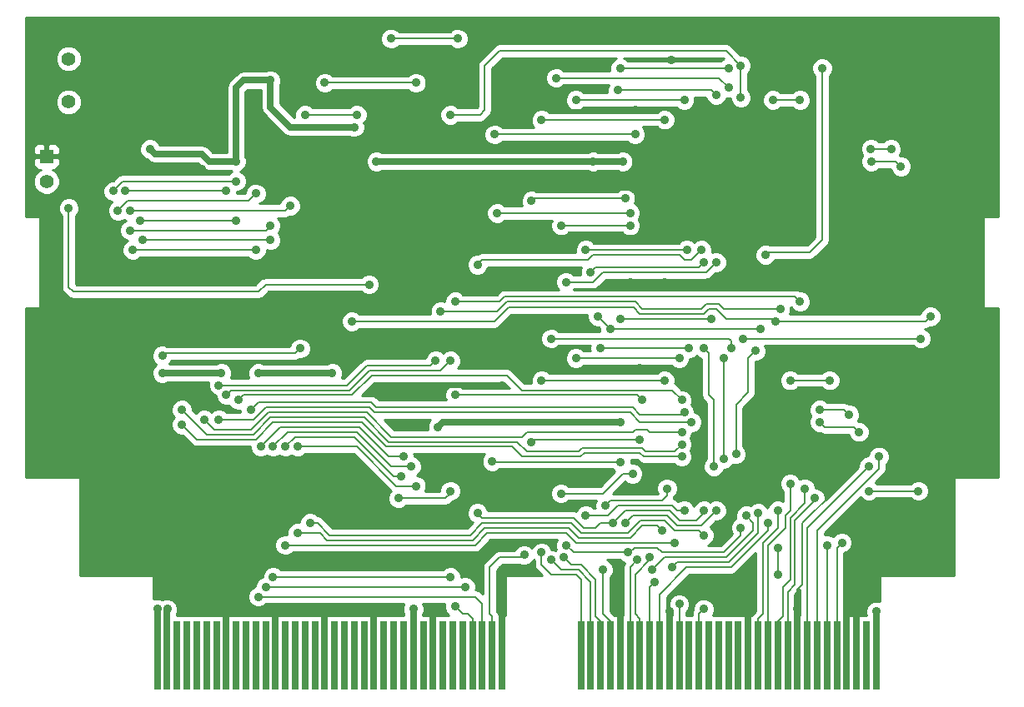
<source format=gbl>
G04 (created by PCBNEW-RS274X (2012-01-19 BZR 3256)-stable) date 09/06/2012 05:25:14*
G01*
G70*
G90*
%MOIN*%
G04 Gerber Fmt 3.4, Leading zero omitted, Abs format*
%FSLAX34Y34*%
G04 APERTURE LIST*
%ADD10C,0.006000*%
%ADD11R,0.055000X0.055000*%
%ADD12C,0.055000*%
%ADD13C,0.055400*%
%ADD14R,0.027600X0.275600*%
%ADD15C,0.035000*%
%ADD16C,0.008000*%
%ADD17C,0.016000*%
%ADD18C,0.025000*%
%ADD19C,0.010000*%
G04 APERTURE END LIST*
G54D10*
G54D11*
X11657Y-46055D03*
G54D12*
X11657Y-47055D03*
G54D13*
X12543Y-42146D03*
X12543Y-43878D03*
G54D14*
X16085Y-66043D03*
X16478Y-66043D03*
X16872Y-66043D03*
X17266Y-66043D03*
X17660Y-66043D03*
X18053Y-66043D03*
X18447Y-66043D03*
X18841Y-66043D03*
X19234Y-66043D03*
X19628Y-66043D03*
X20022Y-66043D03*
X20415Y-66043D03*
X20809Y-66043D03*
X21203Y-66043D03*
X21597Y-66043D03*
X21990Y-66043D03*
X22384Y-66043D03*
X22778Y-66043D03*
X23171Y-66043D03*
X23565Y-66043D03*
X23959Y-66043D03*
X24352Y-66043D03*
X24746Y-66043D03*
X25140Y-66043D03*
X25534Y-66043D03*
X25927Y-66043D03*
X26321Y-66043D03*
X26715Y-66043D03*
X27108Y-66043D03*
X27502Y-66043D03*
X27896Y-66043D03*
X28289Y-66043D03*
X28683Y-66043D03*
X29077Y-66043D03*
X29471Y-66043D03*
X29864Y-66043D03*
X33014Y-66043D03*
X33408Y-66043D03*
X33801Y-66043D03*
X34195Y-66043D03*
X34589Y-66043D03*
X34982Y-66043D03*
X35376Y-66043D03*
X35770Y-66043D03*
X36163Y-66043D03*
X36557Y-66043D03*
X36951Y-66043D03*
X37345Y-66043D03*
X37738Y-66043D03*
X38132Y-66043D03*
X38526Y-66043D03*
X38919Y-66043D03*
X39313Y-66043D03*
X39707Y-66043D03*
X40100Y-66043D03*
X40494Y-66043D03*
X40888Y-66043D03*
X41282Y-66043D03*
X41675Y-66043D03*
X42069Y-66043D03*
X42463Y-66043D03*
X42856Y-66043D03*
X43250Y-66043D03*
X43644Y-66043D03*
X44037Y-66043D03*
X44431Y-66043D03*
X44825Y-66043D03*
G54D15*
X40495Y-60728D03*
X40003Y-53839D03*
X39216Y-57972D03*
X42661Y-42520D03*
X25436Y-41339D03*
X40397Y-50000D03*
X28094Y-41339D03*
X38724Y-54134D03*
X38724Y-58169D03*
X36657Y-62500D03*
X40102Y-60335D03*
X34590Y-42520D03*
X35771Y-62106D03*
X38920Y-42520D03*
X34196Y-52953D03*
X33704Y-52461D03*
X40200Y-52953D03*
X31834Y-53346D03*
X31834Y-62205D03*
X39019Y-53740D03*
X38920Y-43307D03*
X32031Y-42913D03*
X35082Y-58760D03*
X32228Y-48819D03*
X34983Y-48819D03*
X32326Y-62106D03*
X32228Y-59547D03*
X32818Y-43799D03*
X32818Y-54134D03*
X36952Y-54134D03*
X37149Y-43799D03*
X36361Y-55020D03*
X36361Y-44587D03*
X31440Y-61909D03*
X31440Y-55020D03*
X31440Y-44587D03*
X34590Y-58287D03*
X34983Y-48327D03*
X29668Y-48327D03*
X29472Y-58268D03*
X34787Y-47736D03*
X31046Y-57480D03*
X30751Y-62008D03*
X35377Y-57382D03*
X31046Y-47835D03*
X38330Y-58465D03*
X39625Y-60433D03*
X35869Y-62598D03*
X37936Y-53740D03*
X39413Y-60925D03*
X34885Y-61909D03*
X32424Y-51083D03*
X38428Y-50295D03*
X32424Y-61614D03*
X38428Y-60236D03*
X37936Y-50295D03*
X33409Y-50689D03*
X34787Y-60728D03*
X28881Y-50394D03*
X28881Y-60335D03*
X37838Y-49803D03*
X37936Y-60236D03*
X34294Y-60728D03*
X33212Y-49803D03*
X33212Y-60433D03*
X37149Y-60236D03*
X37247Y-49803D03*
X33999Y-60039D03*
X36460Y-59350D03*
X33901Y-62598D03*
X35279Y-62204D03*
X33802Y-53740D03*
X37344Y-53740D03*
X34491Y-43406D03*
X38231Y-52559D03*
X34590Y-52559D03*
X35968Y-63091D03*
X38428Y-43602D03*
X14314Y-47441D03*
X17070Y-56791D03*
X37050Y-58071D03*
X40889Y-60236D03*
X19235Y-47047D03*
X18841Y-47441D03*
X41381Y-59154D03*
X17070Y-56201D03*
X14806Y-47441D03*
X37050Y-57579D03*
X42857Y-61614D03*
X43448Y-61516D03*
X45810Y-46457D03*
X44629Y-46260D03*
X45417Y-45768D03*
X44613Y-45752D03*
X44531Y-59449D03*
X46499Y-59449D03*
X14511Y-48228D03*
X41972Y-59350D03*
X17956Y-56595D03*
X37050Y-57087D03*
X20023Y-47539D03*
X42365Y-59744D03*
X21401Y-48032D03*
X18546Y-56595D03*
X15003Y-48228D03*
X37444Y-56693D03*
X15397Y-48622D03*
X19235Y-48622D03*
X19826Y-56201D03*
X44137Y-57087D03*
X42562Y-56693D03*
X37149Y-56299D03*
X15003Y-49016D03*
X43743Y-56398D03*
X19334Y-55807D03*
X37050Y-55807D03*
X20613Y-48819D03*
X42562Y-56201D03*
X40889Y-61713D03*
X27995Y-51870D03*
X18842Y-55610D03*
X15495Y-49409D03*
X20613Y-49409D03*
X41775Y-51870D03*
X27798Y-54232D03*
X40889Y-62796D03*
X15102Y-49803D03*
X27405Y-52264D03*
X18546Y-55217D03*
X27208Y-54232D03*
X42956Y-55020D03*
X40987Y-52165D03*
X41381Y-55020D03*
X20023Y-49803D03*
X44531Y-58465D03*
X44924Y-58071D03*
X20121Y-63681D03*
X28389Y-63288D03*
X20416Y-63287D03*
X27995Y-64075D03*
X20711Y-62894D03*
X27798Y-62894D03*
X21204Y-61614D03*
X36951Y-63976D03*
X36755Y-61516D03*
X36263Y-61024D03*
X21696Y-61122D03*
X37936Y-61221D03*
X37936Y-64173D03*
X22188Y-60728D03*
X28487Y-42224D03*
X31046Y-40846D03*
X41283Y-40846D03*
X30554Y-43898D03*
X36165Y-40846D03*
X28980Y-47244D03*
X27011Y-50394D03*
X11755Y-57579D03*
X26617Y-45669D03*
X32424Y-49508D03*
X33409Y-47047D03*
X41775Y-43110D03*
X40495Y-57480D03*
X28291Y-58858D03*
X24747Y-64173D03*
X23665Y-47047D03*
X26224Y-47835D03*
X39511Y-50984D03*
X20023Y-61221D03*
X36637Y-42185D03*
X45417Y-45079D03*
X24944Y-62303D03*
X40594Y-42913D03*
X38625Y-61122D03*
X40987Y-50787D03*
X48665Y-52953D03*
X14905Y-46555D03*
X42562Y-57677D03*
X43251Y-41732D03*
X22188Y-52067D03*
X30161Y-50984D03*
X47779Y-41732D03*
X38920Y-63287D03*
X48665Y-57874D03*
X48369Y-47638D03*
X13035Y-49705D03*
X34590Y-64272D03*
X11755Y-55807D03*
X25535Y-56791D03*
X27503Y-60335D03*
X48763Y-43504D03*
X35180Y-44193D03*
X12346Y-45079D03*
X33507Y-49311D03*
X42956Y-50591D03*
X41676Y-64173D03*
X48172Y-55512D03*
X34983Y-51083D03*
X27602Y-62106D03*
X27306Y-55315D03*
X12838Y-53051D03*
X40495Y-47638D03*
X17857Y-46555D03*
X18448Y-59744D03*
X37936Y-46161D03*
X11558Y-42913D03*
X35082Y-49409D03*
X23271Y-49114D03*
X12444Y-41043D03*
X33999Y-42421D03*
X43546Y-54626D03*
X44039Y-64173D03*
X28389Y-53445D03*
X30259Y-53445D03*
X13527Y-60532D03*
X29865Y-55217D03*
X36361Y-51083D03*
X20220Y-59547D03*
X17070Y-58957D03*
X35377Y-54528D03*
X30259Y-59252D03*
X22779Y-64173D03*
X13330Y-55807D03*
X36558Y-64272D03*
X15298Y-60532D03*
X29864Y-64174D03*
X35082Y-47343D03*
X14905Y-43602D03*
X16283Y-46555D03*
X18153Y-44980D03*
X25633Y-43898D03*
X42661Y-54035D03*
X22582Y-41634D03*
X24747Y-55315D03*
X17070Y-60925D03*
X20809Y-64174D03*
X43448Y-47343D03*
X30357Y-61614D03*
X18841Y-64173D03*
X18645Y-45374D03*
X25338Y-60728D03*
X15495Y-57480D03*
X23369Y-42520D03*
X28389Y-45669D03*
X13724Y-58169D03*
X17661Y-63091D03*
X17857Y-44193D03*
X38330Y-47539D03*
X29865Y-62598D03*
X20417Y-52362D03*
X17070Y-41634D03*
X46696Y-60630D03*
X15298Y-41043D03*
X23960Y-59547D03*
X32326Y-47047D03*
X26027Y-42224D03*
X27109Y-64173D03*
X39708Y-64272D03*
X46893Y-55610D03*
X39905Y-45965D03*
X16283Y-54035D03*
X21794Y-53740D03*
X24550Y-51181D03*
X12543Y-48130D03*
X27798Y-44390D03*
X21991Y-44390D03*
X24058Y-44390D03*
X39413Y-43701D03*
X39511Y-53346D03*
X46598Y-53346D03*
X39413Y-42421D03*
X25830Y-58858D03*
X21203Y-57677D03*
X26224Y-58465D03*
X20711Y-57677D03*
X20219Y-57677D03*
X25928Y-58071D03*
X29570Y-45177D03*
X27995Y-55610D03*
X35180Y-45177D03*
X22779Y-43110D03*
X25731Y-59744D03*
X26420Y-43110D03*
X35456Y-55807D03*
X27798Y-59449D03*
X23861Y-52658D03*
X40692Y-43799D03*
X46991Y-52461D03*
X41775Y-43799D03*
X40791Y-52658D03*
X26420Y-59252D03*
X21696Y-57677D03*
X24846Y-46260D03*
X34590Y-56693D03*
X15791Y-45768D03*
X16086Y-64173D03*
X44826Y-64272D03*
X20121Y-54724D03*
X20613Y-43012D03*
X23960Y-44882D03*
X26322Y-64173D03*
X16480Y-64173D03*
X33507Y-46260D03*
X23074Y-54724D03*
X18645Y-54724D03*
X27306Y-56890D03*
X34688Y-46260D03*
X19235Y-46260D03*
X16283Y-54724D03*
G54D16*
X40495Y-49902D02*
X40397Y-50000D01*
X28094Y-41339D02*
X25436Y-41339D01*
X42661Y-49409D02*
X42168Y-49902D01*
X42661Y-42520D02*
X42661Y-49409D01*
X40495Y-61024D02*
X39019Y-62500D01*
X36165Y-66041D02*
X36163Y-66043D01*
X39019Y-62500D02*
X37246Y-62500D01*
X39216Y-56004D02*
X39708Y-55512D01*
X40495Y-61024D02*
X40495Y-60728D01*
X37246Y-62500D02*
X36165Y-63583D01*
X42168Y-49902D02*
X40495Y-49902D01*
X36165Y-66041D02*
X36165Y-63583D01*
X39708Y-55512D02*
X39708Y-54134D01*
X39216Y-57972D02*
X39216Y-56004D01*
X39708Y-54134D02*
X40003Y-53839D01*
X38724Y-58169D02*
X38724Y-54134D01*
X36854Y-62303D02*
X38922Y-62303D01*
X36657Y-62500D02*
X36854Y-62303D01*
X40102Y-61122D02*
X40102Y-60335D01*
X38922Y-62303D02*
X40102Y-61122D01*
X34196Y-52953D02*
X40200Y-52953D01*
X34590Y-42520D02*
X38920Y-42520D01*
X35376Y-66043D02*
X35376Y-64566D01*
X35376Y-64566D02*
X35180Y-64370D01*
X35771Y-62204D02*
X35180Y-62795D01*
X34196Y-52953D02*
X33704Y-52461D01*
X35180Y-64370D02*
X35180Y-62795D01*
X35771Y-62106D02*
X35771Y-62204D01*
X31834Y-53346D02*
X38920Y-53346D01*
X39019Y-53740D02*
X39019Y-53445D01*
X33408Y-66043D02*
X33408Y-63090D01*
X39019Y-53445D02*
X38920Y-53346D01*
X38527Y-42913D02*
X38527Y-42914D01*
X38527Y-42913D02*
X32031Y-42913D01*
X33408Y-63090D02*
X32916Y-62598D01*
X32916Y-62598D02*
X32227Y-62598D01*
X32227Y-62598D02*
X31834Y-62205D01*
X38527Y-42914D02*
X38920Y-43307D01*
X35082Y-58760D02*
X34687Y-58760D01*
X33900Y-59547D02*
X32228Y-59547D01*
X33801Y-64665D02*
X33605Y-64469D01*
X32622Y-62402D02*
X32326Y-62106D01*
X34983Y-48819D02*
X32228Y-48819D01*
X33015Y-62402D02*
X32622Y-62402D01*
X34687Y-58760D02*
X33900Y-59547D01*
X33801Y-66043D02*
X33801Y-64665D01*
X33605Y-62992D02*
X33015Y-62402D01*
X33605Y-64469D02*
X33605Y-62992D01*
X32818Y-43799D02*
X37149Y-43799D01*
X32818Y-54134D02*
X36952Y-54134D01*
X32818Y-62795D02*
X33014Y-62991D01*
X31440Y-55020D02*
X36361Y-55020D01*
X33014Y-66043D02*
X33014Y-62991D01*
X31440Y-62401D02*
X31440Y-61909D01*
X32818Y-62795D02*
X31834Y-62795D01*
X31834Y-62795D02*
X31440Y-62401D01*
X31440Y-44587D02*
X36361Y-44587D01*
X29491Y-58287D02*
X29472Y-58268D01*
X34983Y-48327D02*
X29668Y-48327D01*
X34590Y-58287D02*
X29491Y-58287D01*
X31144Y-57382D02*
X31046Y-57480D01*
X31145Y-47736D02*
X31046Y-47835D01*
X29471Y-64468D02*
X29471Y-66043D01*
X29373Y-64370D02*
X29471Y-64468D01*
X29373Y-62498D02*
X29373Y-64370D01*
X35377Y-57382D02*
X31144Y-57382D01*
X29766Y-62105D02*
X29373Y-62498D01*
X30654Y-62105D02*
X30751Y-62008D01*
X34787Y-47736D02*
X31145Y-47736D01*
X29766Y-62105D02*
X30654Y-62105D01*
X38824Y-62106D02*
X39905Y-61024D01*
X39905Y-60728D02*
X39625Y-60433D01*
X38133Y-53937D02*
X37936Y-53740D01*
X38330Y-55807D02*
X38133Y-55610D01*
X38330Y-58465D02*
X38330Y-55807D01*
X38133Y-55610D02*
X38133Y-53937D01*
X36362Y-62106D02*
X38824Y-62106D01*
X39905Y-60728D02*
X39905Y-61024D01*
X35869Y-62598D02*
X36362Y-62106D01*
X34885Y-61909D02*
X32719Y-61909D01*
X33507Y-51083D02*
X33901Y-50689D01*
X38035Y-50688D02*
X38428Y-50295D01*
X38035Y-50689D02*
X38035Y-50688D01*
X36066Y-61713D02*
X35165Y-61713D01*
X36262Y-61909D02*
X36066Y-61713D01*
X34885Y-61909D02*
X34969Y-61909D01*
X38724Y-61909D02*
X36262Y-61909D01*
X33901Y-50689D02*
X38035Y-50689D01*
X34969Y-61909D02*
X35165Y-61713D01*
X39413Y-61221D02*
X39413Y-60925D01*
X32424Y-51083D02*
X33507Y-51083D01*
X32719Y-61909D02*
X32424Y-61614D01*
X39413Y-61221D02*
X38724Y-61909D01*
X37937Y-50296D02*
X37937Y-50295D01*
X36854Y-60827D02*
X37837Y-60827D01*
X33409Y-50689D02*
X33409Y-50688D01*
X37740Y-50492D02*
X37937Y-50295D01*
X37936Y-50295D02*
X37937Y-50296D01*
X33409Y-50688D02*
X33605Y-50492D01*
X33605Y-50492D02*
X37740Y-50492D01*
X37837Y-60827D02*
X38428Y-60236D01*
X34787Y-60728D02*
X35082Y-60433D01*
X36460Y-60433D02*
X36854Y-60827D01*
X35082Y-60433D02*
X36460Y-60433D01*
X37641Y-60630D02*
X37936Y-60335D01*
X37838Y-49803D02*
X37444Y-50197D01*
X33802Y-60728D02*
X34294Y-60728D01*
X34787Y-60236D02*
X36559Y-60236D01*
X28881Y-60335D02*
X29078Y-60532D01*
X32721Y-60532D02*
X29078Y-60532D01*
X37444Y-50197D02*
X37149Y-50197D01*
X37149Y-50197D02*
X36952Y-50000D01*
X29078Y-50197D02*
X28881Y-50394D01*
X33507Y-50000D02*
X33310Y-50197D01*
X37936Y-60335D02*
X37936Y-60236D01*
X33802Y-60728D02*
X33605Y-60925D01*
X33114Y-60925D02*
X32721Y-60532D01*
X34295Y-60728D02*
X34787Y-60236D01*
X36953Y-60630D02*
X37641Y-60630D01*
X33310Y-50197D02*
X29078Y-50197D01*
X33605Y-60925D02*
X33114Y-60925D01*
X34294Y-60728D02*
X34295Y-60728D01*
X36952Y-50000D02*
X33507Y-50000D01*
X36559Y-60236D02*
X36953Y-60630D01*
X37149Y-60236D02*
X36853Y-60236D01*
X34098Y-60433D02*
X33212Y-60433D01*
X37247Y-49803D02*
X33212Y-49803D01*
X36853Y-60236D02*
X36656Y-60039D01*
X36656Y-60039D02*
X34492Y-60039D01*
X34492Y-60039D02*
X34098Y-60433D01*
X34195Y-59843D02*
X33999Y-60039D01*
X36262Y-59843D02*
X36460Y-59645D01*
X34195Y-66043D02*
X34195Y-64664D01*
X36460Y-59645D02*
X36460Y-59350D01*
X33901Y-64370D02*
X33901Y-62598D01*
X34195Y-64664D02*
X33901Y-64370D01*
X34195Y-59843D02*
X36262Y-59843D01*
X34982Y-66043D02*
X34982Y-63681D01*
X33802Y-53740D02*
X37344Y-53740D01*
X34982Y-63681D02*
X34982Y-62501D01*
X34982Y-62501D02*
X35279Y-62204D01*
X35772Y-63287D02*
X35772Y-66041D01*
X34590Y-52559D02*
X38231Y-52559D01*
X35772Y-63287D02*
X35968Y-63091D01*
X38231Y-43406D02*
X38427Y-43602D01*
X38427Y-43602D02*
X38428Y-43602D01*
X34491Y-43406D02*
X38231Y-43406D01*
X35772Y-66041D02*
X35770Y-66043D01*
X20712Y-56693D02*
X24255Y-56693D01*
X32996Y-58071D02*
X33149Y-57918D01*
X24255Y-56693D02*
X25239Y-57677D01*
X14314Y-47441D02*
X14708Y-47047D01*
X32996Y-58072D02*
X32996Y-58071D01*
X40100Y-64568D02*
X40298Y-64370D01*
X40298Y-64370D02*
X40298Y-61517D01*
X20712Y-56693D02*
X20023Y-57382D01*
X40100Y-66043D02*
X40100Y-64568D01*
X25239Y-57677D02*
X30259Y-57677D01*
X20023Y-57382D02*
X17661Y-57382D01*
X35377Y-57918D02*
X33149Y-57918D01*
X40889Y-60236D02*
X40889Y-60926D01*
X37050Y-58071D02*
X35530Y-58071D01*
X40889Y-60926D02*
X40298Y-61517D01*
X30654Y-58072D02*
X30259Y-57677D01*
X14708Y-47047D02*
X19235Y-47047D01*
X32996Y-58072D02*
X30654Y-58072D01*
X35530Y-58071D02*
X35377Y-57918D01*
X17070Y-56791D02*
X17661Y-57382D01*
X41381Y-60236D02*
X41184Y-60433D01*
X41184Y-60433D02*
X41184Y-60925D01*
X41381Y-59154D02*
X41381Y-60236D01*
X24354Y-56496D02*
X20613Y-56496D01*
X17070Y-56201D02*
X18054Y-57185D01*
X35456Y-57736D02*
X33055Y-57736D01*
X30456Y-57480D02*
X25338Y-57480D01*
X37050Y-57579D02*
X36755Y-57874D01*
X35593Y-57876D02*
X35593Y-57873D01*
X36755Y-57874D02*
X35595Y-57874D01*
X19936Y-57185D02*
X18054Y-57185D01*
X33055Y-57736D02*
X32917Y-57874D01*
X30456Y-57480D02*
X30850Y-57874D01*
X18841Y-47441D02*
X14806Y-47441D01*
X25338Y-57480D02*
X24354Y-56496D01*
X20613Y-56496D02*
X19936Y-57185D01*
X40495Y-61614D02*
X40495Y-66042D01*
X40494Y-66043D02*
X40495Y-66042D01*
X35595Y-57874D02*
X35593Y-57876D01*
X32917Y-57874D02*
X30850Y-57874D01*
X41184Y-60925D02*
X40495Y-61614D01*
X35456Y-57736D02*
X35593Y-57873D01*
X42857Y-61614D02*
X42856Y-61615D01*
X42856Y-61615D02*
X42856Y-66043D01*
X43250Y-66043D02*
X43250Y-61714D01*
X43250Y-61714D02*
X43448Y-61516D01*
X44629Y-46260D02*
X45613Y-46260D01*
X45613Y-46260D02*
X45810Y-46457D01*
X44629Y-45768D02*
X45417Y-45768D01*
X44613Y-45752D02*
X44629Y-45768D01*
X44531Y-59449D02*
X46499Y-59449D01*
X41971Y-59351D02*
X41971Y-59941D01*
X30851Y-57087D02*
X30655Y-57283D01*
X41086Y-64469D02*
X41086Y-63288D01*
X25437Y-57283D02*
X24453Y-56299D01*
X41381Y-62993D02*
X41381Y-60531D01*
X40888Y-66043D02*
X40888Y-64667D01*
X19826Y-56988D02*
X20515Y-56299D01*
X14511Y-48228D02*
X14904Y-47835D01*
X18349Y-56988D02*
X17956Y-56595D01*
X14904Y-47835D02*
X19728Y-47835D01*
X35081Y-57087D02*
X35082Y-57086D01*
X41086Y-63288D02*
X41381Y-62993D01*
X24453Y-56299D02*
X20515Y-56299D01*
X40888Y-64667D02*
X41086Y-64469D01*
X19728Y-47834D02*
X19728Y-47835D01*
X30655Y-57283D02*
X25437Y-57283D01*
X37050Y-57087D02*
X35771Y-57087D01*
X18349Y-56988D02*
X19826Y-56988D01*
X35082Y-57086D02*
X35180Y-56988D01*
X35771Y-57087D02*
X35672Y-56988D01*
X35672Y-56988D02*
X35180Y-56988D01*
X41381Y-60531D02*
X41971Y-59941D01*
X30851Y-57087D02*
X35081Y-57087D01*
X41972Y-59350D02*
X41971Y-59351D01*
X20023Y-47539D02*
X19728Y-47834D01*
X20417Y-56102D02*
X24550Y-56102D01*
X41282Y-66043D02*
X41282Y-63485D01*
X41578Y-63189D02*
X41282Y-63485D01*
X20417Y-56102D02*
X19924Y-56595D01*
X21401Y-48032D02*
X21205Y-48228D01*
X42365Y-59744D02*
X42365Y-59843D01*
X35377Y-56693D02*
X34983Y-56299D01*
X41578Y-60630D02*
X42365Y-59843D01*
X35377Y-56693D02*
X37444Y-56693D01*
X18546Y-56595D02*
X19924Y-56595D01*
X21205Y-48228D02*
X15003Y-48228D01*
X24550Y-56102D02*
X24747Y-56299D01*
X24747Y-56299D02*
X34983Y-56299D01*
X41578Y-63189D02*
X41578Y-60630D01*
X42562Y-56693D02*
X42759Y-56890D01*
X19235Y-48622D02*
X15397Y-48622D01*
X19826Y-56201D02*
X20121Y-55906D01*
X35377Y-56398D02*
X35081Y-56102D01*
X24831Y-56102D02*
X35081Y-56102D01*
X24635Y-55906D02*
X24831Y-56102D01*
X37149Y-56299D02*
X37050Y-56398D01*
X42759Y-56890D02*
X43940Y-56890D01*
X43940Y-56890D02*
X44137Y-57087D01*
X35377Y-56398D02*
X37050Y-56398D01*
X20121Y-55906D02*
X24635Y-55906D01*
X30062Y-54823D02*
X24649Y-54823D01*
X36657Y-55413D02*
X30652Y-55413D01*
X42562Y-56201D02*
X43546Y-56201D01*
X43546Y-56201D02*
X43743Y-56398D01*
X23862Y-55610D02*
X19531Y-55610D01*
X24649Y-54823D02*
X23862Y-55610D01*
X37050Y-55807D02*
X36657Y-55414D01*
X20417Y-49015D02*
X20417Y-49016D01*
X36657Y-55414D02*
X36657Y-55413D01*
X20417Y-49016D02*
X15003Y-49016D01*
X20613Y-48819D02*
X20417Y-49015D01*
X30652Y-55413D02*
X30062Y-54823D01*
X19531Y-55610D02*
X19334Y-55807D01*
X29964Y-51673D02*
X29767Y-51870D01*
X41775Y-51870D02*
X41578Y-51673D01*
X18842Y-55610D02*
X19039Y-55413D01*
X24550Y-54626D02*
X27405Y-54626D01*
X41578Y-51673D02*
X29964Y-51673D01*
X19039Y-55413D02*
X23763Y-55413D01*
X27798Y-54232D02*
X27405Y-54625D01*
X29767Y-51870D02*
X27995Y-51870D01*
X27405Y-54625D02*
X27405Y-54626D01*
X23763Y-55413D02*
X24550Y-54626D01*
X15495Y-49409D02*
X20613Y-49409D01*
X40889Y-62796D02*
X40889Y-61713D01*
X27011Y-54429D02*
X24453Y-54429D01*
X35180Y-51870D02*
X30062Y-51870D01*
X27208Y-54232D02*
X27011Y-54429D01*
X38723Y-52165D02*
X38527Y-51969D01*
X37838Y-52165D02*
X35475Y-52165D01*
X24453Y-54429D02*
X23665Y-55217D01*
X35475Y-52165D02*
X35180Y-51870D01*
X38034Y-51969D02*
X37838Y-52165D01*
X29668Y-52264D02*
X30062Y-51870D01*
X38527Y-51969D02*
X38034Y-51969D01*
X23665Y-55217D02*
X18546Y-55217D01*
X27405Y-52264D02*
X29668Y-52264D01*
X40987Y-52165D02*
X38723Y-52165D01*
X15102Y-49803D02*
X20023Y-49803D01*
X42956Y-55020D02*
X41381Y-55020D01*
X42069Y-66043D02*
X42069Y-60927D01*
X42069Y-60927D02*
X44531Y-58465D01*
X42463Y-66043D02*
X42463Y-61024D01*
X42463Y-61024D02*
X44924Y-58563D01*
X44924Y-58563D02*
X44924Y-58071D01*
X29077Y-63976D02*
X29077Y-66043D01*
X28782Y-63681D02*
X29077Y-63976D01*
X20121Y-63681D02*
X28782Y-63681D01*
X20416Y-63287D02*
X28389Y-63288D01*
X28290Y-64370D02*
X28487Y-64370D01*
X27995Y-64075D02*
X28290Y-64370D01*
X27798Y-62894D02*
X20711Y-62894D01*
X28683Y-64566D02*
X28683Y-66043D01*
X28487Y-64370D02*
X28683Y-64566D01*
X32424Y-61122D02*
X29275Y-61122D01*
X36951Y-66043D02*
X36951Y-63976D01*
X29275Y-61122D02*
X28783Y-61614D01*
X21204Y-61614D02*
X28783Y-61614D01*
X36755Y-61516D02*
X32818Y-61516D01*
X32818Y-61516D02*
X32424Y-61122D01*
X32523Y-60925D02*
X32917Y-61319D01*
X22582Y-61122D02*
X21696Y-61122D01*
X22877Y-61417D02*
X22582Y-61122D01*
X32917Y-61319D02*
X34984Y-61319D01*
X35476Y-60827D02*
X34984Y-61319D01*
X36066Y-60827D02*
X35476Y-60827D01*
X36066Y-60827D02*
X36263Y-61024D01*
X22877Y-61417D02*
X28685Y-61417D01*
X29177Y-60925D02*
X28685Y-61417D01*
X32523Y-60925D02*
X29177Y-60925D01*
X37738Y-66043D02*
X37738Y-64371D01*
X36755Y-61024D02*
X36362Y-60616D01*
X36362Y-60616D02*
X35391Y-60616D01*
X22976Y-61221D02*
X22483Y-60728D01*
X32621Y-60728D02*
X29077Y-60728D01*
X37936Y-61221D02*
X37739Y-61024D01*
X35391Y-60616D02*
X34885Y-61122D01*
X34885Y-61122D02*
X33015Y-61122D01*
X36755Y-61024D02*
X37739Y-61024D01*
X33015Y-61122D02*
X32621Y-60728D01*
X22483Y-60728D02*
X22188Y-60728D01*
X37738Y-64371D02*
X37936Y-64173D01*
X28584Y-61221D02*
X22976Y-61221D01*
X29077Y-60728D02*
X28584Y-61221D01*
X41676Y-64173D02*
X41676Y-63386D01*
X40495Y-57480D02*
X40299Y-57480D01*
X47779Y-41732D02*
X43251Y-41732D01*
X29964Y-40846D02*
X31046Y-40846D01*
G54D17*
X27306Y-55315D02*
X24747Y-55315D01*
G54D16*
X44039Y-62795D02*
X46204Y-60630D01*
X33605Y-49409D02*
X35082Y-49409D01*
X43153Y-59448D02*
X43153Y-58268D01*
X41873Y-60728D02*
X43153Y-59448D01*
X28586Y-42224D02*
X29964Y-40846D01*
X26224Y-47835D02*
X28389Y-47835D01*
X27602Y-50394D02*
X28192Y-50984D01*
X33507Y-49311D02*
X32621Y-49311D01*
X32621Y-49311D02*
X32424Y-49508D01*
G54D17*
X44039Y-64173D02*
X44037Y-64175D01*
G54D16*
X25436Y-47047D02*
X23665Y-47047D01*
X26224Y-47835D02*
X25436Y-47047D01*
G54D18*
X27602Y-62106D02*
X27700Y-62008D01*
G54D16*
X31539Y-42421D02*
X33999Y-42421D01*
X30554Y-43406D02*
X31539Y-42421D01*
X14905Y-46161D02*
X14512Y-45768D01*
X48763Y-43504D02*
X46992Y-43504D01*
G54D18*
X29078Y-62008D02*
X29472Y-61614D01*
X24746Y-64174D02*
X24746Y-66043D01*
G54D16*
X13724Y-60335D02*
X13724Y-58169D01*
G54D18*
X27700Y-62008D02*
X29078Y-62008D01*
G54D16*
X36558Y-64272D02*
X36558Y-63682D01*
G54D17*
X43448Y-47343D02*
X43448Y-50099D01*
G54D16*
X46992Y-43504D02*
X45417Y-45079D01*
G54D18*
X27108Y-64174D02*
X27108Y-66043D01*
G54D17*
X40594Y-42913D02*
X41578Y-42913D01*
G54D16*
X28389Y-47835D02*
X28980Y-47244D01*
X48172Y-53446D02*
X48665Y-52953D01*
X39708Y-50787D02*
X39511Y-50984D01*
X27306Y-60335D02*
X27503Y-60335D01*
X38920Y-60827D02*
X38625Y-61122D01*
G54D17*
X33705Y-47343D02*
X33409Y-47047D01*
G54D16*
X32031Y-43898D02*
X32326Y-44193D01*
X44334Y-57677D02*
X46401Y-55610D01*
G54D18*
X22778Y-64174D02*
X22779Y-64173D01*
G54D16*
X43153Y-58268D02*
X42562Y-57677D01*
X11558Y-44292D02*
X11558Y-42913D01*
X48369Y-47638D02*
X48763Y-47244D01*
X38920Y-59547D02*
X38920Y-60827D01*
G54D17*
X41183Y-50591D02*
X40987Y-50787D01*
G54D16*
X13035Y-49705D02*
X13625Y-49115D01*
X39708Y-64075D02*
X39708Y-64272D01*
G54D18*
X43645Y-64173D02*
X44039Y-64173D01*
G54D16*
X40594Y-41535D02*
X41283Y-40846D01*
G54D18*
X30259Y-53445D02*
X28389Y-53445D01*
G54D16*
X11558Y-41929D02*
X12444Y-41043D01*
X11755Y-55807D02*
X12838Y-54724D01*
X30554Y-43898D02*
X32031Y-43898D01*
X26913Y-60728D02*
X27306Y-60335D01*
X32326Y-44193D02*
X35180Y-44193D01*
X12345Y-45079D02*
X11558Y-44292D01*
X38330Y-46555D02*
X38330Y-47539D01*
X41676Y-63386D02*
X41873Y-63189D01*
X11755Y-57579D02*
X13330Y-56004D01*
X36361Y-51083D02*
X34983Y-51083D01*
X11558Y-42913D02*
X11558Y-41929D01*
X40594Y-42913D02*
X40594Y-41535D01*
X38920Y-63287D02*
X39708Y-64075D01*
X27011Y-50394D02*
X27602Y-50394D01*
G54D17*
X41775Y-43110D02*
X41578Y-42913D01*
G54D16*
X20220Y-61024D02*
X20023Y-61221D01*
G54D17*
X27404Y-55217D02*
X27306Y-55315D01*
G54D16*
X36558Y-63682D02*
X36953Y-63287D01*
G54D18*
X27602Y-62106D02*
X25141Y-62106D01*
G54D16*
X13527Y-60532D02*
X13724Y-60335D01*
X48172Y-55512D02*
X48172Y-53446D01*
X30554Y-43898D02*
X30554Y-43406D01*
X28487Y-42224D02*
X28586Y-42224D01*
X33507Y-49311D02*
X33605Y-49409D01*
X39806Y-57973D02*
X39806Y-58661D01*
G54D17*
X42956Y-50591D02*
X41183Y-50591D01*
G54D16*
X20220Y-59547D02*
X20220Y-61024D01*
X36953Y-63287D02*
X38920Y-63287D01*
G54D17*
X32326Y-47047D02*
X33409Y-47047D01*
G54D16*
X40299Y-57480D02*
X39806Y-57973D01*
G54D17*
X17857Y-61712D02*
X17070Y-60925D01*
G54D18*
X27109Y-64173D02*
X27108Y-64174D01*
G54D16*
X12838Y-54724D02*
X12838Y-53051D01*
X41873Y-63189D02*
X41873Y-60728D01*
G54D18*
X29865Y-58858D02*
X28291Y-58858D01*
G54D16*
X14708Y-46555D02*
X13625Y-47638D01*
G54D18*
X15298Y-57677D02*
X15495Y-57480D01*
X44037Y-66043D02*
X44037Y-64175D01*
X34589Y-64273D02*
X34590Y-64272D01*
X20809Y-64174D02*
X20809Y-66043D01*
G54D16*
X16479Y-41043D02*
X15298Y-41043D01*
X40495Y-47638D02*
X39905Y-47343D01*
G54D18*
X29472Y-61614D02*
X30357Y-61614D01*
G54D16*
X42562Y-57677D02*
X44334Y-57677D01*
X22582Y-41634D02*
X22582Y-41733D01*
X39905Y-47343D02*
X39905Y-45965D01*
X17070Y-41634D02*
X16479Y-41043D01*
X28192Y-50984D02*
X30161Y-50984D01*
X23369Y-42520D02*
X25731Y-42520D01*
X46401Y-55610D02*
X46893Y-55610D01*
X16283Y-46555D02*
X14905Y-46555D01*
X17661Y-63091D02*
X17857Y-62895D01*
X12346Y-45079D02*
X13035Y-45768D01*
X45909Y-54626D02*
X46893Y-55610D01*
X25338Y-60728D02*
X26913Y-60728D01*
G54D17*
X35082Y-47343D02*
X33705Y-47343D01*
G54D18*
X36557Y-66043D02*
X36557Y-64273D01*
G54D16*
X46991Y-55512D02*
X48172Y-55512D01*
X40987Y-50787D02*
X39708Y-50787D01*
X13625Y-47638D02*
X13625Y-49115D01*
X27503Y-60335D02*
X27503Y-60236D01*
X26617Y-45669D02*
X25830Y-44882D01*
X25830Y-44882D02*
X25830Y-44095D01*
X39806Y-58661D02*
X38920Y-59547D01*
X14708Y-46555D02*
X14905Y-46555D01*
G54D18*
X39707Y-64273D02*
X39708Y-64272D01*
X36557Y-64273D02*
X36558Y-64272D01*
X41675Y-64174D02*
X41676Y-64173D01*
G54D16*
X46893Y-55610D02*
X46991Y-55512D01*
X26617Y-45669D02*
X28389Y-45669D01*
X13330Y-56004D02*
X13330Y-55807D01*
G54D18*
X30259Y-59252D02*
X29865Y-58858D01*
X25141Y-62106D02*
X24944Y-62303D01*
G54D16*
X46204Y-60630D02*
X46696Y-60630D01*
G54D18*
X15298Y-60532D02*
X15298Y-57677D01*
G54D16*
X18448Y-59744D02*
X17661Y-58957D01*
X17661Y-58957D02*
X17070Y-58957D01*
X14512Y-45768D02*
X13035Y-45768D01*
X25830Y-44095D02*
X25633Y-43898D01*
G54D18*
X34589Y-66043D02*
X34589Y-64273D01*
X43644Y-66043D02*
X43644Y-64174D01*
X22778Y-66043D02*
X22778Y-64174D01*
G54D16*
X22582Y-41733D02*
X23369Y-42520D01*
G54D17*
X17857Y-62895D02*
X17857Y-61712D01*
G54D16*
X37936Y-46161D02*
X38330Y-46555D01*
X20220Y-59547D02*
X23960Y-59547D01*
G54D17*
X43448Y-50099D02*
X42956Y-50591D01*
G54D16*
X22188Y-52067D02*
X20712Y-52067D01*
X14905Y-46555D02*
X14905Y-46161D01*
G54D17*
X29865Y-55217D02*
X27404Y-55217D01*
G54D18*
X41675Y-66043D02*
X41675Y-64174D01*
G54D16*
X48763Y-47244D02*
X48763Y-43504D01*
X20712Y-52067D02*
X20417Y-52362D01*
X12346Y-45079D02*
X12345Y-45079D01*
G54D18*
X18841Y-66043D02*
X18841Y-64173D01*
G54D16*
X25731Y-42520D02*
X26027Y-42224D01*
G54D18*
X43644Y-64174D02*
X43645Y-64173D01*
G54D16*
X43546Y-54626D02*
X45909Y-54626D01*
X44039Y-64173D02*
X44039Y-62795D01*
G54D18*
X39707Y-64273D02*
X39707Y-66043D01*
X29864Y-66043D02*
X29864Y-64174D01*
X24746Y-64174D02*
X24747Y-64173D01*
G54D16*
X16283Y-54035D02*
X16381Y-53937D01*
X21598Y-53937D02*
X21598Y-53936D01*
X16381Y-53937D02*
X21598Y-53937D01*
X21598Y-53936D02*
X21794Y-53740D01*
X12543Y-48130D02*
X12543Y-51280D01*
X12739Y-51476D02*
X12543Y-51280D01*
X20121Y-51476D02*
X12739Y-51476D01*
X20416Y-51181D02*
X20121Y-51476D01*
X24550Y-51181D02*
X20416Y-51181D01*
X39511Y-53346D02*
X46598Y-53346D01*
X39412Y-42421D02*
X38822Y-41831D01*
X29176Y-42422D02*
X29176Y-44194D01*
X28980Y-44390D02*
X29176Y-44194D01*
X29767Y-41831D02*
X29176Y-42422D01*
X39413Y-42421D02*
X39413Y-43701D01*
X39413Y-42421D02*
X39412Y-42421D01*
X27798Y-44390D02*
X28980Y-44390D01*
X38822Y-41831D02*
X29767Y-41831D01*
X24058Y-44390D02*
X21991Y-44390D01*
X23961Y-57284D02*
X25535Y-58858D01*
X21596Y-57284D02*
X23961Y-57284D01*
X21203Y-57677D02*
X21596Y-57284D01*
X25535Y-58858D02*
X25830Y-58858D01*
X21301Y-57087D02*
X24058Y-57087D01*
X24058Y-57087D02*
X25436Y-58465D01*
X25436Y-58465D02*
X26224Y-58465D01*
X20711Y-57677D02*
X21301Y-57087D01*
X20220Y-57677D02*
X21007Y-56890D01*
X25338Y-58071D02*
X25928Y-58071D01*
X20219Y-57677D02*
X20220Y-57677D01*
X21007Y-56890D02*
X24157Y-56890D01*
X24157Y-56890D02*
X25338Y-58071D01*
X27602Y-59744D02*
X27798Y-59548D01*
X35456Y-55807D02*
X35456Y-55787D01*
X35456Y-55787D02*
X35279Y-55610D01*
X27798Y-59548D02*
X27798Y-59449D01*
X35279Y-55610D02*
X27995Y-55610D01*
X26420Y-43110D02*
X22779Y-43110D01*
X25731Y-59744D02*
X27602Y-59744D01*
X35180Y-45177D02*
X29570Y-45177D01*
X37936Y-52362D02*
X38133Y-52165D01*
X38428Y-52165D02*
X38133Y-52165D01*
X38822Y-52559D02*
X38428Y-52165D01*
X29570Y-52658D02*
X30122Y-52106D01*
X35377Y-52362D02*
X37936Y-52362D01*
X35377Y-52362D02*
X35121Y-52106D01*
X40692Y-52559D02*
X40791Y-52658D01*
X40791Y-52658D02*
X46794Y-52658D01*
X40692Y-52559D02*
X38822Y-52559D01*
X41775Y-43799D02*
X40692Y-43799D01*
X46794Y-52658D02*
X46991Y-52461D01*
X35121Y-52106D02*
X30122Y-52106D01*
X29570Y-52658D02*
X23861Y-52658D01*
X21696Y-57677D02*
X24058Y-57677D01*
X24058Y-57677D02*
X25633Y-59252D01*
X25633Y-59252D02*
X26420Y-59252D01*
G54D18*
X20121Y-54724D02*
X23074Y-54724D01*
X44825Y-66043D02*
X44825Y-64273D01*
X19236Y-46259D02*
X19235Y-46260D01*
X21400Y-44882D02*
X23960Y-44882D01*
X19531Y-43012D02*
X20613Y-43012D01*
X17857Y-45965D02*
X15987Y-45965D01*
X34688Y-46260D02*
X33507Y-46260D01*
X20613Y-43012D02*
X20613Y-44095D01*
X33507Y-46260D02*
X24846Y-46260D01*
X19531Y-43012D02*
X19236Y-43307D01*
X21400Y-44882D02*
X20613Y-44095D01*
X16085Y-66043D02*
X16085Y-64174D01*
X18152Y-46260D02*
X17857Y-45965D01*
X44825Y-64273D02*
X44826Y-64272D01*
X26321Y-64174D02*
X26322Y-64173D01*
G54D17*
X16478Y-64175D02*
X16480Y-64173D01*
G54D18*
X16085Y-64174D02*
X16086Y-64173D01*
X15987Y-45964D02*
X15791Y-45768D01*
X27503Y-56693D02*
X27306Y-56890D01*
X34590Y-56693D02*
X27503Y-56693D01*
X18152Y-46260D02*
X19235Y-46260D01*
X16283Y-54724D02*
X18645Y-54724D01*
X16478Y-66043D02*
X16478Y-64175D01*
X19236Y-43307D02*
X19236Y-46259D01*
X15987Y-45965D02*
X15987Y-45964D01*
X26321Y-66043D02*
X26321Y-64174D01*
G54D10*
G36*
X27006Y-56589D02*
X26946Y-56649D01*
X26881Y-56805D01*
X26881Y-56974D01*
X26888Y-56993D01*
X25557Y-56993D01*
X25153Y-56589D01*
X27006Y-56589D01*
X27006Y-56589D01*
G37*
G54D19*
X27006Y-56589D02*
X26946Y-56649D01*
X26881Y-56805D01*
X26881Y-56974D01*
X26888Y-56993D01*
X25557Y-56993D01*
X25153Y-56589D01*
X27006Y-56589D01*
G54D10*
G36*
X27735Y-64416D02*
X27709Y-64416D01*
X27701Y-64419D01*
X27699Y-64419D01*
X27697Y-64419D01*
X27690Y-64416D01*
X27591Y-64416D01*
X27315Y-64416D01*
X27307Y-64419D01*
X27302Y-64419D01*
X27295Y-64416D01*
X27220Y-64415D01*
X27216Y-64419D01*
X27000Y-64419D01*
X26996Y-64415D01*
X26921Y-64416D01*
X26913Y-64419D01*
X26911Y-64419D01*
X26910Y-64419D01*
X26903Y-64416D01*
X26804Y-64416D01*
X26696Y-64416D01*
X26696Y-64380D01*
X26747Y-64258D01*
X26747Y-64089D01*
X26698Y-63971D01*
X27577Y-63971D01*
X27570Y-63990D01*
X27570Y-64159D01*
X27634Y-64315D01*
X27735Y-64416D01*
X27735Y-64416D01*
G37*
G54D19*
X27735Y-64416D02*
X27709Y-64416D01*
X27701Y-64419D01*
X27699Y-64419D01*
X27697Y-64419D01*
X27690Y-64416D01*
X27591Y-64416D01*
X27315Y-64416D01*
X27307Y-64419D01*
X27302Y-64419D01*
X27295Y-64416D01*
X27220Y-64415D01*
X27216Y-64419D01*
X27000Y-64419D01*
X26996Y-64415D01*
X26921Y-64416D01*
X26913Y-64419D01*
X26911Y-64419D01*
X26910Y-64419D01*
X26903Y-64416D01*
X26804Y-64416D01*
X26696Y-64416D01*
X26696Y-64380D01*
X26747Y-64258D01*
X26747Y-64089D01*
X26698Y-63971D01*
X27577Y-63971D01*
X27570Y-63990D01*
X27570Y-64159D01*
X27634Y-64315D01*
X27735Y-64416D01*
G54D10*
G36*
X30149Y-55320D02*
X28306Y-55320D01*
X28236Y-55250D01*
X28080Y-55185D01*
X27911Y-55185D01*
X27755Y-55249D01*
X27635Y-55369D01*
X27570Y-55525D01*
X27570Y-55694D01*
X27618Y-55812D01*
X24951Y-55812D01*
X24840Y-55701D01*
X24746Y-55638D01*
X24635Y-55616D01*
X24266Y-55616D01*
X24769Y-55113D01*
X29942Y-55113D01*
X30149Y-55320D01*
X30149Y-55320D01*
G37*
G54D19*
X30149Y-55320D02*
X28306Y-55320D01*
X28236Y-55250D01*
X28080Y-55185D01*
X27911Y-55185D01*
X27755Y-55249D01*
X27635Y-55369D01*
X27570Y-55525D01*
X27570Y-55694D01*
X27618Y-55812D01*
X24951Y-55812D01*
X24840Y-55701D01*
X24746Y-55638D01*
X24635Y-55616D01*
X24266Y-55616D01*
X24769Y-55113D01*
X29942Y-55113D01*
X30149Y-55320D01*
G54D10*
G36*
X31473Y-62844D02*
X30012Y-62844D01*
X30012Y-64415D01*
X29976Y-64415D01*
X29972Y-64419D01*
X29756Y-64419D01*
X29752Y-64415D01*
X29750Y-64415D01*
X29739Y-64357D01*
X29676Y-64263D01*
X29663Y-64250D01*
X29663Y-62618D01*
X29886Y-62395D01*
X30574Y-62395D01*
X30666Y-62433D01*
X30835Y-62433D01*
X30991Y-62369D01*
X31111Y-62249D01*
X31131Y-62201D01*
X31150Y-62220D01*
X31150Y-62401D01*
X31172Y-62512D01*
X31235Y-62606D01*
X31473Y-62844D01*
X31473Y-62844D01*
G37*
G54D19*
X31473Y-62844D02*
X30012Y-62844D01*
X30012Y-64415D01*
X29976Y-64415D01*
X29972Y-64419D01*
X29756Y-64419D01*
X29752Y-64415D01*
X29750Y-64415D01*
X29739Y-64357D01*
X29676Y-64263D01*
X29663Y-64250D01*
X29663Y-62618D01*
X29886Y-62395D01*
X30574Y-62395D01*
X30666Y-62433D01*
X30835Y-62433D01*
X30991Y-62369D01*
X31111Y-62249D01*
X31131Y-62201D01*
X31150Y-62220D01*
X31150Y-62401D01*
X31172Y-62512D01*
X31235Y-62606D01*
X31473Y-62844D01*
G54D10*
G36*
X34762Y-62318D02*
X34714Y-62390D01*
X34692Y-62501D01*
X34692Y-63681D01*
X34692Y-64419D01*
X34481Y-64419D01*
X34477Y-64415D01*
X34402Y-64416D01*
X34394Y-64419D01*
X34392Y-64419D01*
X34390Y-64419D01*
X34383Y-64416D01*
X34357Y-64416D01*
X34191Y-64249D01*
X34191Y-62909D01*
X34261Y-62839D01*
X34326Y-62683D01*
X34326Y-62514D01*
X34262Y-62358D01*
X34142Y-62238D01*
X34048Y-62199D01*
X34574Y-62199D01*
X34644Y-62269D01*
X34762Y-62318D01*
X34762Y-62318D01*
G37*
G54D19*
X34762Y-62318D02*
X34714Y-62390D01*
X34692Y-62501D01*
X34692Y-63681D01*
X34692Y-64419D01*
X34481Y-64419D01*
X34477Y-64415D01*
X34402Y-64416D01*
X34394Y-64419D01*
X34392Y-64419D01*
X34390Y-64419D01*
X34383Y-64416D01*
X34357Y-64416D01*
X34191Y-64249D01*
X34191Y-62909D01*
X34261Y-62839D01*
X34326Y-62683D01*
X34326Y-62514D01*
X34262Y-62358D01*
X34142Y-62238D01*
X34048Y-62199D01*
X34574Y-62199D01*
X34644Y-62269D01*
X34762Y-62318D01*
G54D10*
G36*
X38722Y-42141D02*
X38680Y-42159D01*
X38609Y-42230D01*
X34901Y-42230D01*
X34831Y-42160D01*
X34737Y-42121D01*
X38702Y-42121D01*
X38722Y-42141D01*
X38722Y-42141D01*
G37*
G54D19*
X38722Y-42141D02*
X38680Y-42159D01*
X38609Y-42230D01*
X34901Y-42230D01*
X34831Y-42160D01*
X34737Y-42121D01*
X38702Y-42121D01*
X38722Y-42141D01*
G54D10*
G36*
X40008Y-64250D02*
X39895Y-64363D01*
X39859Y-64415D01*
X39819Y-64415D01*
X39815Y-64419D01*
X39599Y-64419D01*
X39595Y-64415D01*
X39520Y-64416D01*
X39512Y-64419D01*
X39510Y-64419D01*
X39508Y-64419D01*
X39501Y-64416D01*
X39402Y-64416D01*
X39126Y-64416D01*
X39118Y-64419D01*
X39116Y-64419D01*
X39114Y-64419D01*
X39107Y-64416D01*
X39008Y-64416D01*
X38732Y-64416D01*
X38724Y-64419D01*
X38722Y-64419D01*
X38721Y-64419D01*
X38714Y-64416D01*
X38615Y-64416D01*
X38339Y-64416D01*
X38331Y-64419D01*
X38329Y-64419D01*
X38327Y-64419D01*
X38320Y-64416D01*
X38294Y-64416D01*
X38296Y-64414D01*
X38361Y-64258D01*
X38361Y-64089D01*
X38297Y-63933D01*
X38177Y-63813D01*
X38021Y-63748D01*
X37852Y-63748D01*
X37696Y-63812D01*
X37576Y-63932D01*
X37511Y-64088D01*
X37511Y-64198D01*
X37470Y-64260D01*
X37448Y-64371D01*
X37448Y-64416D01*
X37434Y-64416D01*
X37241Y-64416D01*
X37241Y-64287D01*
X37311Y-64217D01*
X37376Y-64061D01*
X37376Y-63892D01*
X37312Y-63736D01*
X37192Y-63616D01*
X37036Y-63551D01*
X36867Y-63551D01*
X36711Y-63615D01*
X36591Y-63735D01*
X36526Y-63891D01*
X36526Y-64060D01*
X36590Y-64216D01*
X36661Y-64287D01*
X36661Y-64419D01*
X36455Y-64419D01*
X36455Y-63702D01*
X37364Y-62790D01*
X39019Y-62790D01*
X39130Y-62768D01*
X39224Y-62705D01*
X40008Y-61921D01*
X40008Y-64250D01*
X40008Y-64250D01*
G37*
G54D19*
X40008Y-64250D02*
X39895Y-64363D01*
X39859Y-64415D01*
X39819Y-64415D01*
X39815Y-64419D01*
X39599Y-64419D01*
X39595Y-64415D01*
X39520Y-64416D01*
X39512Y-64419D01*
X39510Y-64419D01*
X39508Y-64419D01*
X39501Y-64416D01*
X39402Y-64416D01*
X39126Y-64416D01*
X39118Y-64419D01*
X39116Y-64419D01*
X39114Y-64419D01*
X39107Y-64416D01*
X39008Y-64416D01*
X38732Y-64416D01*
X38724Y-64419D01*
X38722Y-64419D01*
X38721Y-64419D01*
X38714Y-64416D01*
X38615Y-64416D01*
X38339Y-64416D01*
X38331Y-64419D01*
X38329Y-64419D01*
X38327Y-64419D01*
X38320Y-64416D01*
X38294Y-64416D01*
X38296Y-64414D01*
X38361Y-64258D01*
X38361Y-64089D01*
X38297Y-63933D01*
X38177Y-63813D01*
X38021Y-63748D01*
X37852Y-63748D01*
X37696Y-63812D01*
X37576Y-63932D01*
X37511Y-64088D01*
X37511Y-64198D01*
X37470Y-64260D01*
X37448Y-64371D01*
X37448Y-64416D01*
X37434Y-64416D01*
X37241Y-64416D01*
X37241Y-64287D01*
X37311Y-64217D01*
X37376Y-64061D01*
X37376Y-63892D01*
X37312Y-63736D01*
X37192Y-63616D01*
X37036Y-63551D01*
X36867Y-63551D01*
X36711Y-63615D01*
X36591Y-63735D01*
X36526Y-63891D01*
X36526Y-64060D01*
X36590Y-64216D01*
X36661Y-64287D01*
X36661Y-64419D01*
X36455Y-64419D01*
X36455Y-63702D01*
X37364Y-62790D01*
X39019Y-62790D01*
X39130Y-62768D01*
X39224Y-62705D01*
X40008Y-61921D01*
X40008Y-64250D01*
G54D10*
G36*
X41779Y-64419D02*
X41572Y-64419D01*
X41572Y-63605D01*
X41779Y-63398D01*
X41779Y-64419D01*
X41779Y-64419D01*
G37*
G54D19*
X41779Y-64419D02*
X41572Y-64419D01*
X41572Y-63605D01*
X41779Y-63398D01*
X41779Y-64419D01*
G54D10*
G36*
X49697Y-58907D02*
X47926Y-58907D01*
X47926Y-62844D01*
X47416Y-62844D01*
X47416Y-52546D01*
X47416Y-52377D01*
X47352Y-52221D01*
X47232Y-52101D01*
X47076Y-52036D01*
X46907Y-52036D01*
X46751Y-52100D01*
X46631Y-52220D01*
X46569Y-52368D01*
X46235Y-52368D01*
X46235Y-46542D01*
X46235Y-46373D01*
X46171Y-46217D01*
X46051Y-46097D01*
X45895Y-46032D01*
X45783Y-46032D01*
X45765Y-46020D01*
X45777Y-46009D01*
X45842Y-45853D01*
X45842Y-45684D01*
X45778Y-45528D01*
X45658Y-45408D01*
X45502Y-45343D01*
X45333Y-45343D01*
X45177Y-45407D01*
X45106Y-45478D01*
X44940Y-45478D01*
X44854Y-45392D01*
X44698Y-45327D01*
X44529Y-45327D01*
X44373Y-45391D01*
X44253Y-45511D01*
X44188Y-45667D01*
X44188Y-45836D01*
X44252Y-45992D01*
X44274Y-46014D01*
X44269Y-46019D01*
X44204Y-46175D01*
X44204Y-46344D01*
X44268Y-46500D01*
X44388Y-46620D01*
X44544Y-46685D01*
X44713Y-46685D01*
X44869Y-46621D01*
X44940Y-46550D01*
X45388Y-46550D01*
X45449Y-46697D01*
X45569Y-46817D01*
X45725Y-46882D01*
X45894Y-46882D01*
X46050Y-46818D01*
X46170Y-46698D01*
X46235Y-46542D01*
X46235Y-52368D01*
X43086Y-52368D01*
X43086Y-42605D01*
X43086Y-42436D01*
X43022Y-42280D01*
X42902Y-42160D01*
X42746Y-42095D01*
X42577Y-42095D01*
X42421Y-42159D01*
X42301Y-42279D01*
X42236Y-42435D01*
X42236Y-42604D01*
X42300Y-42760D01*
X42371Y-42831D01*
X42371Y-49289D01*
X42200Y-49460D01*
X42200Y-43884D01*
X42200Y-43715D01*
X42136Y-43559D01*
X42016Y-43439D01*
X41860Y-43374D01*
X41691Y-43374D01*
X41535Y-43438D01*
X41464Y-43509D01*
X41003Y-43509D01*
X40933Y-43439D01*
X40777Y-43374D01*
X40608Y-43374D01*
X40452Y-43438D01*
X40332Y-43558D01*
X40267Y-43714D01*
X40267Y-43883D01*
X40331Y-44039D01*
X40451Y-44159D01*
X40607Y-44224D01*
X40776Y-44224D01*
X40932Y-44160D01*
X41003Y-44089D01*
X41464Y-44089D01*
X41534Y-44159D01*
X41690Y-44224D01*
X41859Y-44224D01*
X42015Y-44160D01*
X42135Y-44040D01*
X42200Y-43884D01*
X42200Y-49460D01*
X42048Y-49612D01*
X40570Y-49612D01*
X40482Y-49575D01*
X40313Y-49575D01*
X40157Y-49639D01*
X40037Y-49759D01*
X39972Y-49915D01*
X39972Y-50084D01*
X40036Y-50240D01*
X40156Y-50360D01*
X40312Y-50425D01*
X40481Y-50425D01*
X40637Y-50361D01*
X40757Y-50241D01*
X40777Y-50192D01*
X42168Y-50192D01*
X42279Y-50170D01*
X42373Y-50107D01*
X42866Y-49614D01*
X42929Y-49520D01*
X42951Y-49409D01*
X42951Y-42831D01*
X43021Y-42761D01*
X43086Y-42605D01*
X43086Y-52368D01*
X41362Y-52368D01*
X41412Y-52250D01*
X41412Y-52105D01*
X41414Y-52110D01*
X41534Y-52230D01*
X41690Y-52295D01*
X41859Y-52295D01*
X42015Y-52231D01*
X42135Y-52111D01*
X42200Y-51955D01*
X42200Y-51786D01*
X42136Y-51630D01*
X42016Y-51510D01*
X41860Y-51445D01*
X41748Y-51445D01*
X41689Y-51405D01*
X41578Y-51383D01*
X39838Y-51383D01*
X39838Y-43786D01*
X39838Y-43617D01*
X39774Y-43461D01*
X39703Y-43390D01*
X39703Y-42732D01*
X39773Y-42662D01*
X39838Y-42506D01*
X39838Y-42337D01*
X39774Y-42181D01*
X39654Y-42061D01*
X39498Y-41996D01*
X39397Y-41996D01*
X39027Y-41626D01*
X38933Y-41563D01*
X38822Y-41541D01*
X29767Y-41541D01*
X29656Y-41563D01*
X29562Y-41626D01*
X29561Y-41626D01*
X29561Y-41627D01*
X28971Y-42217D01*
X28908Y-42311D01*
X28886Y-42422D01*
X28886Y-44074D01*
X28860Y-44100D01*
X28519Y-44100D01*
X28519Y-41424D01*
X28519Y-41255D01*
X28455Y-41099D01*
X28335Y-40979D01*
X28179Y-40914D01*
X28010Y-40914D01*
X27854Y-40978D01*
X27783Y-41049D01*
X25747Y-41049D01*
X25677Y-40979D01*
X25521Y-40914D01*
X25352Y-40914D01*
X25196Y-40978D01*
X25076Y-41098D01*
X25011Y-41254D01*
X25011Y-41423D01*
X25075Y-41579D01*
X25195Y-41699D01*
X25351Y-41764D01*
X25520Y-41764D01*
X25676Y-41700D01*
X25747Y-41629D01*
X27783Y-41629D01*
X27853Y-41699D01*
X28009Y-41764D01*
X28178Y-41764D01*
X28334Y-41700D01*
X28454Y-41580D01*
X28519Y-41424D01*
X28519Y-44100D01*
X28109Y-44100D01*
X28039Y-44030D01*
X27883Y-43965D01*
X27714Y-43965D01*
X27558Y-44029D01*
X27438Y-44149D01*
X27373Y-44305D01*
X27373Y-44474D01*
X27437Y-44630D01*
X27557Y-44750D01*
X27713Y-44815D01*
X27882Y-44815D01*
X28038Y-44751D01*
X28109Y-44680D01*
X28980Y-44680D01*
X29091Y-44658D01*
X29185Y-44595D01*
X29381Y-44399D01*
X29444Y-44305D01*
X29466Y-44194D01*
X29466Y-42542D01*
X29887Y-42121D01*
X34442Y-42121D01*
X34350Y-42159D01*
X34230Y-42279D01*
X34165Y-42435D01*
X34165Y-42604D01*
X34172Y-42623D01*
X32342Y-42623D01*
X32272Y-42553D01*
X32116Y-42488D01*
X31947Y-42488D01*
X31791Y-42552D01*
X31671Y-42672D01*
X31606Y-42828D01*
X31606Y-42997D01*
X31670Y-43153D01*
X31790Y-43273D01*
X31946Y-43338D01*
X32115Y-43338D01*
X32271Y-43274D01*
X32342Y-43203D01*
X34115Y-43203D01*
X34066Y-43321D01*
X34066Y-43490D01*
X34073Y-43509D01*
X33129Y-43509D01*
X33059Y-43439D01*
X32903Y-43374D01*
X32734Y-43374D01*
X32578Y-43438D01*
X32458Y-43558D01*
X32393Y-43714D01*
X32393Y-43883D01*
X32457Y-44039D01*
X32577Y-44159D01*
X32733Y-44224D01*
X32902Y-44224D01*
X33058Y-44160D01*
X33129Y-44089D01*
X36838Y-44089D01*
X36908Y-44159D01*
X37064Y-44224D01*
X37233Y-44224D01*
X37389Y-44160D01*
X37509Y-44040D01*
X37574Y-43884D01*
X37574Y-43715D01*
X37566Y-43696D01*
X38007Y-43696D01*
X38067Y-43842D01*
X38187Y-43962D01*
X38343Y-44027D01*
X38512Y-44027D01*
X38668Y-43963D01*
X38788Y-43843D01*
X38834Y-43731D01*
X38835Y-43732D01*
X38988Y-43732D01*
X38988Y-43785D01*
X39052Y-43941D01*
X39172Y-44061D01*
X39328Y-44126D01*
X39497Y-44126D01*
X39653Y-44062D01*
X39773Y-43942D01*
X39838Y-43786D01*
X39838Y-51383D01*
X32725Y-51383D01*
X32735Y-51373D01*
X33507Y-51373D01*
X33618Y-51351D01*
X33712Y-51288D01*
X34021Y-50979D01*
X38035Y-50979D01*
X38035Y-50978D01*
X38146Y-50957D01*
X38146Y-50956D01*
X38240Y-50894D01*
X38240Y-50893D01*
X38242Y-50890D01*
X38413Y-50720D01*
X38512Y-50720D01*
X38668Y-50656D01*
X38788Y-50536D01*
X38853Y-50380D01*
X38853Y-50211D01*
X38789Y-50055D01*
X38669Y-49935D01*
X38513Y-49870D01*
X38344Y-49870D01*
X38255Y-49906D01*
X38263Y-49888D01*
X38263Y-49719D01*
X38199Y-49563D01*
X38079Y-49443D01*
X37923Y-49378D01*
X37754Y-49378D01*
X37598Y-49442D01*
X37542Y-49497D01*
X37488Y-49443D01*
X37332Y-49378D01*
X37163Y-49378D01*
X37007Y-49442D01*
X36936Y-49513D01*
X36786Y-49513D01*
X36786Y-44672D01*
X36786Y-44503D01*
X36722Y-44347D01*
X36602Y-44227D01*
X36446Y-44162D01*
X36277Y-44162D01*
X36121Y-44226D01*
X36050Y-44297D01*
X31751Y-44297D01*
X31681Y-44227D01*
X31525Y-44162D01*
X31356Y-44162D01*
X31200Y-44226D01*
X31080Y-44346D01*
X31015Y-44502D01*
X31015Y-44671D01*
X31079Y-44827D01*
X31139Y-44887D01*
X29881Y-44887D01*
X29811Y-44817D01*
X29655Y-44752D01*
X29486Y-44752D01*
X29330Y-44816D01*
X29210Y-44936D01*
X29145Y-45092D01*
X29145Y-45261D01*
X29209Y-45417D01*
X29329Y-45537D01*
X29485Y-45602D01*
X29654Y-45602D01*
X29810Y-45538D01*
X29881Y-45467D01*
X34869Y-45467D01*
X34939Y-45537D01*
X35095Y-45602D01*
X35264Y-45602D01*
X35420Y-45538D01*
X35540Y-45418D01*
X35605Y-45262D01*
X35605Y-45093D01*
X35541Y-44937D01*
X35481Y-44877D01*
X36050Y-44877D01*
X36120Y-44947D01*
X36276Y-45012D01*
X36445Y-45012D01*
X36601Y-44948D01*
X36721Y-44828D01*
X36786Y-44672D01*
X36786Y-49513D01*
X35408Y-49513D01*
X35408Y-48904D01*
X35408Y-48735D01*
X35344Y-48579D01*
X35338Y-48573D01*
X35343Y-48568D01*
X35408Y-48412D01*
X35408Y-48243D01*
X35344Y-48087D01*
X35224Y-47967D01*
X35161Y-47941D01*
X35212Y-47821D01*
X35212Y-47652D01*
X35148Y-47496D01*
X35113Y-47461D01*
X35113Y-46345D01*
X35113Y-46176D01*
X35049Y-46020D01*
X34929Y-45900D01*
X34773Y-45835D01*
X34604Y-45835D01*
X34482Y-45885D01*
X33712Y-45885D01*
X33592Y-45835D01*
X33423Y-45835D01*
X33301Y-45885D01*
X26845Y-45885D01*
X26845Y-43195D01*
X26845Y-43026D01*
X26781Y-42870D01*
X26661Y-42750D01*
X26505Y-42685D01*
X26336Y-42685D01*
X26180Y-42749D01*
X26109Y-42820D01*
X23090Y-42820D01*
X23020Y-42750D01*
X22864Y-42685D01*
X22695Y-42685D01*
X22539Y-42749D01*
X22419Y-42869D01*
X22354Y-43025D01*
X22354Y-43194D01*
X22418Y-43350D01*
X22538Y-43470D01*
X22694Y-43535D01*
X22863Y-43535D01*
X23019Y-43471D01*
X23090Y-43400D01*
X26109Y-43400D01*
X26179Y-43470D01*
X26335Y-43535D01*
X26504Y-43535D01*
X26660Y-43471D01*
X26780Y-43351D01*
X26845Y-43195D01*
X26845Y-45885D01*
X25051Y-45885D01*
X24931Y-45835D01*
X24762Y-45835D01*
X24606Y-45899D01*
X24486Y-46019D01*
X24483Y-46026D01*
X24483Y-44475D01*
X24483Y-44306D01*
X24419Y-44150D01*
X24299Y-44030D01*
X24143Y-43965D01*
X23974Y-43965D01*
X23818Y-44029D01*
X23747Y-44100D01*
X22302Y-44100D01*
X22232Y-44030D01*
X22076Y-43965D01*
X21907Y-43965D01*
X21751Y-44029D01*
X21631Y-44149D01*
X21566Y-44305D01*
X21566Y-44474D01*
X21579Y-44507D01*
X21555Y-44507D01*
X20988Y-43940D01*
X20988Y-43217D01*
X21038Y-43097D01*
X21038Y-42928D01*
X20974Y-42772D01*
X20854Y-42652D01*
X20698Y-42587D01*
X20529Y-42587D01*
X20407Y-42637D01*
X19531Y-42637D01*
X19387Y-42666D01*
X19266Y-42747D01*
X18971Y-43042D01*
X18890Y-43163D01*
X18861Y-43307D01*
X18861Y-45885D01*
X18307Y-45885D01*
X18122Y-45700D01*
X18001Y-45619D01*
X17857Y-45590D01*
X16177Y-45590D01*
X16152Y-45528D01*
X16032Y-45408D01*
X15876Y-45343D01*
X15707Y-45343D01*
X15551Y-45407D01*
X15431Y-45527D01*
X15366Y-45683D01*
X15366Y-45852D01*
X15430Y-46008D01*
X15550Y-46128D01*
X15671Y-46178D01*
X15719Y-46226D01*
X15722Y-46230D01*
X15843Y-46311D01*
X15987Y-46340D01*
X17702Y-46340D01*
X17887Y-46525D01*
X18008Y-46606D01*
X18009Y-46606D01*
X18152Y-46635D01*
X19030Y-46635D01*
X19074Y-46653D01*
X18995Y-46686D01*
X18924Y-46757D01*
X14708Y-46757D01*
X14597Y-46779D01*
X14503Y-46842D01*
X14329Y-47016D01*
X14230Y-47016D01*
X14074Y-47080D01*
X13954Y-47200D01*
X13889Y-47356D01*
X13889Y-47525D01*
X13953Y-47681D01*
X14073Y-47801D01*
X14229Y-47866D01*
X14273Y-47866D01*
X14271Y-47867D01*
X14151Y-47987D01*
X14086Y-48143D01*
X14086Y-48312D01*
X14150Y-48468D01*
X14270Y-48588D01*
X14426Y-48653D01*
X14595Y-48653D01*
X14751Y-48589D01*
X14757Y-48583D01*
X14762Y-48588D01*
X14843Y-48621D01*
X14763Y-48655D01*
X14643Y-48775D01*
X14578Y-48931D01*
X14578Y-49100D01*
X14642Y-49256D01*
X14762Y-49376D01*
X14891Y-49429D01*
X14862Y-49442D01*
X14742Y-49562D01*
X14677Y-49718D01*
X14677Y-49887D01*
X14741Y-50043D01*
X14861Y-50163D01*
X15017Y-50228D01*
X15186Y-50228D01*
X15342Y-50164D01*
X15413Y-50093D01*
X19712Y-50093D01*
X19782Y-50163D01*
X19938Y-50228D01*
X20107Y-50228D01*
X20263Y-50164D01*
X20383Y-50044D01*
X20448Y-49888D01*
X20448Y-49800D01*
X20528Y-49834D01*
X20697Y-49834D01*
X20853Y-49770D01*
X20973Y-49650D01*
X21038Y-49494D01*
X21038Y-49325D01*
X20974Y-49169D01*
X20919Y-49114D01*
X20973Y-49060D01*
X21038Y-48904D01*
X21038Y-48735D01*
X20974Y-48579D01*
X20913Y-48518D01*
X21205Y-48518D01*
X21316Y-48496D01*
X21374Y-48457D01*
X21485Y-48457D01*
X21641Y-48393D01*
X21761Y-48273D01*
X21826Y-48117D01*
X21826Y-47948D01*
X21762Y-47792D01*
X21642Y-47672D01*
X21486Y-47607D01*
X21317Y-47607D01*
X21161Y-47671D01*
X21041Y-47791D01*
X20979Y-47938D01*
X20170Y-47938D01*
X20263Y-47900D01*
X20383Y-47780D01*
X20448Y-47624D01*
X20448Y-47455D01*
X20384Y-47299D01*
X20264Y-47179D01*
X20108Y-47114D01*
X19939Y-47114D01*
X19783Y-47178D01*
X19663Y-47298D01*
X19598Y-47454D01*
X19598Y-47545D01*
X19258Y-47545D01*
X19266Y-47526D01*
X19266Y-47472D01*
X19319Y-47472D01*
X19475Y-47408D01*
X19595Y-47288D01*
X19660Y-47132D01*
X19660Y-46963D01*
X19596Y-46807D01*
X19476Y-46687D01*
X19395Y-46653D01*
X19475Y-46621D01*
X19595Y-46501D01*
X19660Y-46345D01*
X19660Y-46176D01*
X19611Y-46056D01*
X19611Y-43462D01*
X19686Y-43387D01*
X20238Y-43387D01*
X20238Y-44095D01*
X20267Y-44239D01*
X20348Y-44360D01*
X21134Y-45146D01*
X21135Y-45147D01*
X21256Y-45228D01*
X21399Y-45256D01*
X21400Y-45257D01*
X23755Y-45257D01*
X23875Y-45307D01*
X24044Y-45307D01*
X24200Y-45243D01*
X24320Y-45123D01*
X24385Y-44967D01*
X24385Y-44798D01*
X24346Y-44702D01*
X24418Y-44631D01*
X24483Y-44475D01*
X24483Y-46026D01*
X24421Y-46175D01*
X24421Y-46344D01*
X24485Y-46500D01*
X24605Y-46620D01*
X24761Y-46685D01*
X24930Y-46685D01*
X25051Y-46635D01*
X33302Y-46635D01*
X33422Y-46685D01*
X33591Y-46685D01*
X33712Y-46635D01*
X34483Y-46635D01*
X34603Y-46685D01*
X34772Y-46685D01*
X34928Y-46621D01*
X35048Y-46501D01*
X35113Y-46345D01*
X35113Y-47461D01*
X35028Y-47376D01*
X34872Y-47311D01*
X34703Y-47311D01*
X34547Y-47375D01*
X34476Y-47446D01*
X31217Y-47446D01*
X31131Y-47410D01*
X30962Y-47410D01*
X30806Y-47474D01*
X30686Y-47594D01*
X30621Y-47750D01*
X30621Y-47919D01*
X30669Y-48037D01*
X29979Y-48037D01*
X29909Y-47967D01*
X29753Y-47902D01*
X29584Y-47902D01*
X29428Y-47966D01*
X29308Y-48086D01*
X29243Y-48242D01*
X29243Y-48411D01*
X29307Y-48567D01*
X29427Y-48687D01*
X29583Y-48752D01*
X29752Y-48752D01*
X29908Y-48688D01*
X29979Y-48617D01*
X31851Y-48617D01*
X31803Y-48734D01*
X31803Y-48903D01*
X31867Y-49059D01*
X31987Y-49179D01*
X32143Y-49244D01*
X32312Y-49244D01*
X32468Y-49180D01*
X32539Y-49109D01*
X34672Y-49109D01*
X34742Y-49179D01*
X34898Y-49244D01*
X35067Y-49244D01*
X35223Y-49180D01*
X35343Y-49060D01*
X35408Y-48904D01*
X35408Y-49513D01*
X33523Y-49513D01*
X33453Y-49443D01*
X33297Y-49378D01*
X33128Y-49378D01*
X32972Y-49442D01*
X32852Y-49562D01*
X32787Y-49718D01*
X32787Y-49887D01*
X32795Y-49907D01*
X29078Y-49907D01*
X28967Y-49929D01*
X28907Y-49969D01*
X28797Y-49969D01*
X28641Y-50033D01*
X28521Y-50153D01*
X28456Y-50309D01*
X28456Y-50478D01*
X28520Y-50634D01*
X28640Y-50754D01*
X28796Y-50819D01*
X28965Y-50819D01*
X29121Y-50755D01*
X29241Y-50635D01*
X29302Y-50487D01*
X33032Y-50487D01*
X32984Y-50604D01*
X32984Y-50773D01*
X32992Y-50793D01*
X32735Y-50793D01*
X32665Y-50723D01*
X32509Y-50658D01*
X32340Y-50658D01*
X32184Y-50722D01*
X32064Y-50842D01*
X31999Y-50998D01*
X31999Y-51167D01*
X32063Y-51323D01*
X32123Y-51383D01*
X29964Y-51383D01*
X29853Y-51405D01*
X29759Y-51468D01*
X29647Y-51580D01*
X28306Y-51580D01*
X28236Y-51510D01*
X28080Y-51445D01*
X27911Y-51445D01*
X27755Y-51509D01*
X27635Y-51629D01*
X27570Y-51785D01*
X27570Y-51872D01*
X27490Y-51839D01*
X27321Y-51839D01*
X27165Y-51903D01*
X27045Y-52023D01*
X26980Y-52179D01*
X26980Y-52348D01*
X26988Y-52368D01*
X24975Y-52368D01*
X24975Y-51266D01*
X24975Y-51097D01*
X24911Y-50941D01*
X24791Y-50821D01*
X24635Y-50756D01*
X24466Y-50756D01*
X24310Y-50820D01*
X24239Y-50891D01*
X20416Y-50891D01*
X20305Y-50913D01*
X20211Y-50976D01*
X20001Y-51186D01*
X13070Y-51186D01*
X13070Y-43984D01*
X13070Y-43774D01*
X13070Y-42252D01*
X13070Y-42042D01*
X12990Y-41848D01*
X12842Y-41700D01*
X12649Y-41619D01*
X12439Y-41619D01*
X12245Y-41699D01*
X12097Y-41847D01*
X12016Y-42040D01*
X12016Y-42250D01*
X12096Y-42444D01*
X12244Y-42592D01*
X12437Y-42673D01*
X12647Y-42673D01*
X12841Y-42593D01*
X12989Y-42445D01*
X13070Y-42252D01*
X13070Y-43774D01*
X12990Y-43580D01*
X12842Y-43432D01*
X12649Y-43351D01*
X12439Y-43351D01*
X12245Y-43431D01*
X12097Y-43579D01*
X12016Y-43772D01*
X12016Y-43982D01*
X12096Y-44176D01*
X12244Y-44324D01*
X12437Y-44405D01*
X12647Y-44405D01*
X12841Y-44325D01*
X12989Y-44177D01*
X13070Y-43984D01*
X13070Y-51186D01*
X12859Y-51186D01*
X12833Y-51160D01*
X12833Y-48441D01*
X12903Y-48371D01*
X12968Y-48215D01*
X12968Y-48046D01*
X12904Y-47890D01*
X12784Y-47770D01*
X12628Y-47705D01*
X12459Y-47705D01*
X12303Y-47769D01*
X12183Y-47889D01*
X12182Y-47891D01*
X12182Y-47160D01*
X12182Y-46951D01*
X12102Y-46758D01*
X11955Y-46610D01*
X11880Y-46579D01*
X11883Y-46579D01*
X11982Y-46579D01*
X12073Y-46541D01*
X12143Y-46471D01*
X12181Y-46379D01*
X12182Y-46167D01*
X12182Y-45943D01*
X12181Y-45731D01*
X12143Y-45639D01*
X12073Y-45569D01*
X11982Y-45531D01*
X11883Y-45531D01*
X11769Y-45530D01*
X11707Y-45592D01*
X11707Y-46005D01*
X12120Y-46005D01*
X12182Y-45943D01*
X12182Y-46167D01*
X12120Y-46105D01*
X11757Y-46105D01*
X11707Y-46105D01*
X11607Y-46105D01*
X11607Y-46005D01*
X11607Y-45592D01*
X11545Y-45530D01*
X11431Y-45531D01*
X11332Y-45531D01*
X11241Y-45569D01*
X11171Y-45639D01*
X11133Y-45731D01*
X11132Y-45943D01*
X11194Y-46005D01*
X11607Y-46005D01*
X11607Y-46105D01*
X11557Y-46105D01*
X11194Y-46105D01*
X11132Y-46167D01*
X11133Y-46379D01*
X11171Y-46471D01*
X11241Y-46541D01*
X11332Y-46579D01*
X11431Y-46579D01*
X11360Y-46610D01*
X11212Y-46757D01*
X11132Y-46950D01*
X11132Y-47159D01*
X11212Y-47352D01*
X11359Y-47500D01*
X11552Y-47580D01*
X11761Y-47580D01*
X11954Y-47500D01*
X12102Y-47353D01*
X12182Y-47160D01*
X12182Y-47891D01*
X12118Y-48045D01*
X12118Y-48214D01*
X12182Y-48370D01*
X12253Y-48441D01*
X12253Y-51280D01*
X12275Y-51391D01*
X12338Y-51485D01*
X12534Y-51681D01*
X12628Y-51744D01*
X12739Y-51766D01*
X20121Y-51766D01*
X20232Y-51744D01*
X20326Y-51681D01*
X20536Y-51471D01*
X24239Y-51471D01*
X24309Y-51541D01*
X24465Y-51606D01*
X24634Y-51606D01*
X24790Y-51542D01*
X24910Y-51422D01*
X24975Y-51266D01*
X24975Y-52368D01*
X24172Y-52368D01*
X24102Y-52298D01*
X23946Y-52233D01*
X23777Y-52233D01*
X23621Y-52297D01*
X23501Y-52417D01*
X23436Y-52573D01*
X23436Y-52742D01*
X23500Y-52898D01*
X23620Y-53018D01*
X23776Y-53083D01*
X23945Y-53083D01*
X24101Y-53019D01*
X24172Y-52948D01*
X29570Y-52948D01*
X29681Y-52926D01*
X29775Y-52863D01*
X30242Y-52396D01*
X33279Y-52396D01*
X33279Y-52545D01*
X33343Y-52701D01*
X33463Y-52821D01*
X33619Y-52886D01*
X33718Y-52886D01*
X33771Y-52938D01*
X33771Y-53037D01*
X33778Y-53056D01*
X32145Y-53056D01*
X32075Y-52986D01*
X31919Y-52921D01*
X31750Y-52921D01*
X31594Y-52985D01*
X31474Y-53105D01*
X31409Y-53261D01*
X31409Y-53430D01*
X31473Y-53586D01*
X31593Y-53706D01*
X31749Y-53771D01*
X31918Y-53771D01*
X32074Y-53707D01*
X32145Y-53636D01*
X33384Y-53636D01*
X33377Y-53655D01*
X33377Y-53824D01*
X33385Y-53844D01*
X33129Y-53844D01*
X33059Y-53774D01*
X32903Y-53709D01*
X32734Y-53709D01*
X32578Y-53773D01*
X32458Y-53893D01*
X32393Y-54049D01*
X32393Y-54218D01*
X32457Y-54374D01*
X32577Y-54494D01*
X32733Y-54559D01*
X32902Y-54559D01*
X33058Y-54495D01*
X33129Y-54424D01*
X36641Y-54424D01*
X36711Y-54494D01*
X36867Y-54559D01*
X37036Y-54559D01*
X37192Y-54495D01*
X37312Y-54375D01*
X37377Y-54219D01*
X37377Y-54165D01*
X37428Y-54165D01*
X37584Y-54101D01*
X37640Y-54045D01*
X37695Y-54100D01*
X37843Y-54161D01*
X37843Y-55610D01*
X37865Y-55721D01*
X37928Y-55815D01*
X38040Y-55927D01*
X38040Y-58154D01*
X37970Y-58224D01*
X37905Y-58380D01*
X37905Y-58549D01*
X37969Y-58705D01*
X38089Y-58825D01*
X38245Y-58890D01*
X38414Y-58890D01*
X38570Y-58826D01*
X38690Y-58706D01*
X38736Y-58594D01*
X38808Y-58594D01*
X38964Y-58530D01*
X39084Y-58410D01*
X39095Y-58382D01*
X39131Y-58397D01*
X39300Y-58397D01*
X39456Y-58333D01*
X39576Y-58213D01*
X39641Y-58057D01*
X39641Y-57888D01*
X39577Y-57732D01*
X39506Y-57661D01*
X39506Y-56124D01*
X39913Y-55718D01*
X39913Y-55717D01*
X39954Y-55655D01*
X39975Y-55624D01*
X39976Y-55623D01*
X39997Y-55513D01*
X39998Y-55512D01*
X39998Y-54264D01*
X40087Y-54264D01*
X40243Y-54200D01*
X40363Y-54080D01*
X40428Y-53924D01*
X40428Y-53755D01*
X40379Y-53636D01*
X46287Y-53636D01*
X46357Y-53706D01*
X46513Y-53771D01*
X46682Y-53771D01*
X46838Y-53707D01*
X46958Y-53587D01*
X47023Y-53431D01*
X47023Y-53262D01*
X46959Y-53106D01*
X46839Y-52986D01*
X46747Y-52948D01*
X46794Y-52948D01*
X46905Y-52926D01*
X46964Y-52886D01*
X47075Y-52886D01*
X47231Y-52822D01*
X47351Y-52702D01*
X47416Y-52546D01*
X47416Y-62844D01*
X44973Y-62844D01*
X44973Y-63872D01*
X44911Y-63847D01*
X44742Y-63847D01*
X44586Y-63911D01*
X44466Y-64031D01*
X44401Y-64187D01*
X44401Y-64356D01*
X44425Y-64416D01*
X44244Y-64416D01*
X44236Y-64419D01*
X44231Y-64419D01*
X44224Y-64416D01*
X44149Y-64415D01*
X44145Y-64419D01*
X43929Y-64419D01*
X43925Y-64415D01*
X43850Y-64416D01*
X43842Y-64419D01*
X43840Y-64419D01*
X43838Y-64419D01*
X43831Y-64416D01*
X43756Y-64415D01*
X43752Y-64419D01*
X43540Y-64419D01*
X43540Y-61937D01*
X43688Y-61877D01*
X43808Y-61757D01*
X43873Y-61601D01*
X43873Y-61432D01*
X43809Y-61276D01*
X43689Y-61156D01*
X43533Y-61091D01*
X43364Y-61091D01*
X43208Y-61155D01*
X43103Y-61259D01*
X43098Y-61254D01*
X42942Y-61189D01*
X42773Y-61189D01*
X42753Y-61197D01*
X42753Y-61144D01*
X44189Y-59708D01*
X44290Y-59809D01*
X44446Y-59874D01*
X44615Y-59874D01*
X44771Y-59810D01*
X44842Y-59739D01*
X46188Y-59739D01*
X46258Y-59809D01*
X46414Y-59874D01*
X46583Y-59874D01*
X46739Y-59810D01*
X46859Y-59690D01*
X46924Y-59534D01*
X46924Y-59365D01*
X46860Y-59209D01*
X46740Y-59089D01*
X46584Y-59024D01*
X46415Y-59024D01*
X46259Y-59088D01*
X46188Y-59159D01*
X44842Y-59159D01*
X44790Y-59107D01*
X45129Y-58768D01*
X45192Y-58674D01*
X45214Y-58563D01*
X45214Y-58382D01*
X45284Y-58312D01*
X45349Y-58156D01*
X45349Y-57987D01*
X45285Y-57831D01*
X45165Y-57711D01*
X45009Y-57646D01*
X44840Y-57646D01*
X44684Y-57710D01*
X44564Y-57830D01*
X44562Y-57834D01*
X44562Y-57172D01*
X44562Y-57003D01*
X44498Y-56847D01*
X44378Y-56727D01*
X44222Y-56662D01*
X44110Y-56662D01*
X44092Y-56649D01*
X44103Y-56639D01*
X44168Y-56483D01*
X44168Y-56314D01*
X44104Y-56158D01*
X43984Y-56038D01*
X43828Y-55973D01*
X43716Y-55973D01*
X43657Y-55933D01*
X43546Y-55911D01*
X43381Y-55911D01*
X43381Y-55105D01*
X43381Y-54936D01*
X43317Y-54780D01*
X43197Y-54660D01*
X43041Y-54595D01*
X42872Y-54595D01*
X42716Y-54659D01*
X42645Y-54730D01*
X41692Y-54730D01*
X41622Y-54660D01*
X41466Y-54595D01*
X41297Y-54595D01*
X41141Y-54659D01*
X41021Y-54779D01*
X40956Y-54935D01*
X40956Y-55104D01*
X41020Y-55260D01*
X41140Y-55380D01*
X41296Y-55445D01*
X41465Y-55445D01*
X41621Y-55381D01*
X41692Y-55310D01*
X42645Y-55310D01*
X42715Y-55380D01*
X42871Y-55445D01*
X43040Y-55445D01*
X43196Y-55381D01*
X43316Y-55261D01*
X43381Y-55105D01*
X43381Y-55911D01*
X42873Y-55911D01*
X42803Y-55841D01*
X42647Y-55776D01*
X42478Y-55776D01*
X42322Y-55840D01*
X42202Y-55960D01*
X42137Y-56116D01*
X42137Y-56285D01*
X42201Y-56441D01*
X42207Y-56447D01*
X42202Y-56452D01*
X42137Y-56608D01*
X42137Y-56777D01*
X42201Y-56933D01*
X42321Y-57053D01*
X42477Y-57118D01*
X42588Y-57118D01*
X42648Y-57158D01*
X42759Y-57180D01*
X43715Y-57180D01*
X43776Y-57327D01*
X43896Y-57447D01*
X44052Y-57512D01*
X44221Y-57512D01*
X44377Y-57448D01*
X44497Y-57328D01*
X44562Y-57172D01*
X44562Y-57834D01*
X44499Y-57986D01*
X44499Y-58040D01*
X44447Y-58040D01*
X44291Y-58104D01*
X44171Y-58224D01*
X44106Y-58380D01*
X44106Y-58480D01*
X42790Y-59796D01*
X42790Y-59660D01*
X42726Y-59504D01*
X42606Y-59384D01*
X42450Y-59319D01*
X42397Y-59319D01*
X42397Y-59266D01*
X42333Y-59110D01*
X42213Y-58990D01*
X42057Y-58925D01*
X41888Y-58925D01*
X41766Y-58974D01*
X41742Y-58914D01*
X41622Y-58794D01*
X41466Y-58729D01*
X41297Y-58729D01*
X41141Y-58793D01*
X41021Y-58913D01*
X40956Y-59069D01*
X40956Y-59238D01*
X41020Y-59394D01*
X41091Y-59465D01*
X41091Y-59859D01*
X40974Y-59811D01*
X40805Y-59811D01*
X40649Y-59875D01*
X40529Y-59995D01*
X40475Y-60124D01*
X40463Y-60095D01*
X40343Y-59975D01*
X40187Y-59910D01*
X40018Y-59910D01*
X39862Y-59974D01*
X39793Y-60042D01*
X39710Y-60008D01*
X39541Y-60008D01*
X39385Y-60072D01*
X39265Y-60192D01*
X39200Y-60348D01*
X39200Y-60517D01*
X39212Y-60547D01*
X39173Y-60564D01*
X39053Y-60684D01*
X38988Y-60840D01*
X38988Y-61009D01*
X39052Y-61165D01*
X39055Y-61168D01*
X38604Y-61619D01*
X38085Y-61619D01*
X38176Y-61582D01*
X38296Y-61462D01*
X38361Y-61306D01*
X38361Y-61137D01*
X38297Y-60981D01*
X38195Y-60879D01*
X38413Y-60661D01*
X38512Y-60661D01*
X38668Y-60597D01*
X38788Y-60477D01*
X38853Y-60321D01*
X38853Y-60152D01*
X38789Y-59996D01*
X38669Y-59876D01*
X38513Y-59811D01*
X38344Y-59811D01*
X38188Y-59875D01*
X38182Y-59881D01*
X38177Y-59876D01*
X38021Y-59811D01*
X37852Y-59811D01*
X37696Y-59875D01*
X37576Y-59995D01*
X37542Y-60075D01*
X37510Y-59996D01*
X37390Y-59876D01*
X37234Y-59811D01*
X37065Y-59811D01*
X36909Y-59875D01*
X36905Y-59878D01*
X36861Y-59834D01*
X36767Y-59771D01*
X36723Y-59762D01*
X36728Y-59756D01*
X36746Y-59664D01*
X36820Y-59591D01*
X36885Y-59435D01*
X36885Y-59266D01*
X36821Y-59110D01*
X36701Y-58990D01*
X36545Y-58925D01*
X36376Y-58925D01*
X36220Y-58989D01*
X36100Y-59109D01*
X36035Y-59265D01*
X36035Y-59434D01*
X36083Y-59553D01*
X34304Y-59553D01*
X34789Y-59068D01*
X34841Y-59120D01*
X34997Y-59185D01*
X35166Y-59185D01*
X35322Y-59121D01*
X35442Y-59001D01*
X35507Y-58845D01*
X35507Y-58676D01*
X35443Y-58520D01*
X35323Y-58400D01*
X35167Y-58335D01*
X35015Y-58335D01*
X35015Y-58208D01*
X35257Y-58208D01*
X35325Y-58276D01*
X35419Y-58339D01*
X35530Y-58361D01*
X36739Y-58361D01*
X36809Y-58431D01*
X36965Y-58496D01*
X37134Y-58496D01*
X37290Y-58432D01*
X37410Y-58312D01*
X37475Y-58156D01*
X37475Y-57987D01*
X37411Y-57831D01*
X37405Y-57825D01*
X37410Y-57820D01*
X37475Y-57664D01*
X37475Y-57495D01*
X37411Y-57339D01*
X37405Y-57333D01*
X37410Y-57328D01*
X37475Y-57172D01*
X37475Y-57118D01*
X37528Y-57118D01*
X37684Y-57054D01*
X37804Y-56934D01*
X37869Y-56778D01*
X37869Y-56609D01*
X37805Y-56453D01*
X37685Y-56333D01*
X37574Y-56286D01*
X37574Y-56215D01*
X37510Y-56059D01*
X37436Y-55985D01*
X37475Y-55892D01*
X37475Y-55723D01*
X37411Y-55567D01*
X37291Y-55447D01*
X37135Y-55382D01*
X37035Y-55382D01*
X36864Y-55211D01*
X36862Y-55209D01*
X36862Y-55208D01*
X36769Y-55145D01*
X36786Y-55105D01*
X36786Y-54936D01*
X36722Y-54780D01*
X36602Y-54660D01*
X36446Y-54595D01*
X36277Y-54595D01*
X36121Y-54659D01*
X36050Y-54730D01*
X31751Y-54730D01*
X31681Y-54660D01*
X31525Y-54595D01*
X31356Y-54595D01*
X31200Y-54659D01*
X31080Y-54779D01*
X31015Y-54935D01*
X31015Y-55104D01*
X31022Y-55123D01*
X30772Y-55123D01*
X30267Y-54618D01*
X30173Y-54555D01*
X30062Y-54533D01*
X28098Y-54533D01*
X28158Y-54473D01*
X28223Y-54317D01*
X28223Y-54148D01*
X28159Y-53992D01*
X28039Y-53872D01*
X27883Y-53807D01*
X27714Y-53807D01*
X27558Y-53871D01*
X27503Y-53926D01*
X27449Y-53872D01*
X27293Y-53807D01*
X27124Y-53807D01*
X26968Y-53871D01*
X26848Y-53991D01*
X26786Y-54139D01*
X24453Y-54139D01*
X24342Y-54161D01*
X24248Y-54224D01*
X23545Y-54927D01*
X23449Y-54927D01*
X23499Y-54809D01*
X23499Y-54640D01*
X23435Y-54484D01*
X23315Y-54364D01*
X23159Y-54299D01*
X22990Y-54299D01*
X22868Y-54349D01*
X20326Y-54349D01*
X20206Y-54299D01*
X20037Y-54299D01*
X19881Y-54363D01*
X19761Y-54483D01*
X19696Y-54639D01*
X19696Y-54808D01*
X19744Y-54927D01*
X19020Y-54927D01*
X19070Y-54809D01*
X19070Y-54640D01*
X19006Y-54484D01*
X18886Y-54364D01*
X18730Y-54299D01*
X18561Y-54299D01*
X18439Y-54349D01*
X16570Y-54349D01*
X16643Y-54276D01*
X16663Y-54227D01*
X21598Y-54227D01*
X21598Y-54226D01*
X21709Y-54205D01*
X21709Y-54204D01*
X21767Y-54165D01*
X21768Y-54165D01*
X21878Y-54165D01*
X22034Y-54101D01*
X22154Y-53981D01*
X22219Y-53825D01*
X22219Y-53656D01*
X22155Y-53500D01*
X22035Y-53380D01*
X21879Y-53315D01*
X21710Y-53315D01*
X21554Y-53379D01*
X21434Y-53499D01*
X21372Y-53647D01*
X16456Y-53647D01*
X16368Y-53610D01*
X16199Y-53610D01*
X16043Y-53674D01*
X15923Y-53794D01*
X15858Y-53950D01*
X15858Y-54119D01*
X15922Y-54275D01*
X16026Y-54379D01*
X15923Y-54483D01*
X15858Y-54639D01*
X15858Y-54808D01*
X15922Y-54964D01*
X16042Y-55084D01*
X16198Y-55149D01*
X16367Y-55149D01*
X16488Y-55099D01*
X18134Y-55099D01*
X18121Y-55132D01*
X18121Y-55301D01*
X18185Y-55457D01*
X18305Y-55577D01*
X18417Y-55623D01*
X18417Y-55694D01*
X18481Y-55850D01*
X18601Y-55970D01*
X18757Y-56035D01*
X18926Y-56035D01*
X18962Y-56020D01*
X18973Y-56047D01*
X19093Y-56167D01*
X19249Y-56232D01*
X19401Y-56232D01*
X19401Y-56285D01*
X19409Y-56305D01*
X18857Y-56305D01*
X18787Y-56235D01*
X18631Y-56170D01*
X18462Y-56170D01*
X18306Y-56234D01*
X18251Y-56289D01*
X18197Y-56235D01*
X18041Y-56170D01*
X17872Y-56170D01*
X17716Y-56234D01*
X17614Y-56335D01*
X17495Y-56216D01*
X17495Y-56117D01*
X17431Y-55961D01*
X17311Y-55841D01*
X17155Y-55776D01*
X16986Y-55776D01*
X16830Y-55840D01*
X16710Y-55960D01*
X16645Y-56116D01*
X16645Y-56285D01*
X16709Y-56441D01*
X16764Y-56496D01*
X16710Y-56550D01*
X16645Y-56706D01*
X16645Y-56875D01*
X16709Y-57031D01*
X16829Y-57151D01*
X16985Y-57216D01*
X17085Y-57216D01*
X17455Y-57586D01*
X17456Y-57587D01*
X17549Y-57649D01*
X17550Y-57650D01*
X17660Y-57671D01*
X17661Y-57672D01*
X19794Y-57672D01*
X19794Y-57761D01*
X19858Y-57917D01*
X19978Y-58037D01*
X20134Y-58102D01*
X20303Y-58102D01*
X20459Y-58038D01*
X20465Y-58032D01*
X20470Y-58037D01*
X20626Y-58102D01*
X20795Y-58102D01*
X20951Y-58038D01*
X20957Y-58032D01*
X20962Y-58037D01*
X21118Y-58102D01*
X21287Y-58102D01*
X21443Y-58038D01*
X21449Y-58031D01*
X21455Y-58037D01*
X21611Y-58102D01*
X21780Y-58102D01*
X21936Y-58038D01*
X22007Y-57967D01*
X23938Y-57967D01*
X25422Y-59451D01*
X25371Y-59503D01*
X25306Y-59659D01*
X25306Y-59828D01*
X25370Y-59984D01*
X25490Y-60104D01*
X25646Y-60169D01*
X25815Y-60169D01*
X25971Y-60105D01*
X26042Y-60034D01*
X27602Y-60034D01*
X27713Y-60012D01*
X27807Y-59949D01*
X27882Y-59874D01*
X28038Y-59810D01*
X28158Y-59690D01*
X28223Y-59534D01*
X28223Y-59365D01*
X28159Y-59209D01*
X28039Y-59089D01*
X27883Y-59024D01*
X27714Y-59024D01*
X27558Y-59088D01*
X27438Y-59208D01*
X27373Y-59364D01*
X27373Y-59454D01*
X26796Y-59454D01*
X26845Y-59337D01*
X26845Y-59168D01*
X26781Y-59012D01*
X26661Y-58892D01*
X26505Y-58827D01*
X26461Y-58827D01*
X26464Y-58826D01*
X26584Y-58706D01*
X26649Y-58550D01*
X26649Y-58381D01*
X26585Y-58225D01*
X26465Y-58105D01*
X26353Y-58058D01*
X26353Y-57987D01*
X26344Y-57967D01*
X29172Y-57967D01*
X29112Y-58027D01*
X29047Y-58183D01*
X29047Y-58352D01*
X29111Y-58508D01*
X29231Y-58628D01*
X29387Y-58693D01*
X29556Y-58693D01*
X29712Y-58629D01*
X29764Y-58577D01*
X34279Y-58577D01*
X34349Y-58647D01*
X34377Y-58659D01*
X33780Y-59257D01*
X32539Y-59257D01*
X32469Y-59187D01*
X32313Y-59122D01*
X32144Y-59122D01*
X31988Y-59186D01*
X31868Y-59306D01*
X31803Y-59462D01*
X31803Y-59631D01*
X31867Y-59787D01*
X31987Y-59907D01*
X32143Y-59972D01*
X32312Y-59972D01*
X32468Y-59908D01*
X32539Y-59837D01*
X33622Y-59837D01*
X33574Y-59954D01*
X33574Y-60123D01*
X33582Y-60143D01*
X33523Y-60143D01*
X33453Y-60073D01*
X33297Y-60008D01*
X33128Y-60008D01*
X32972Y-60072D01*
X32852Y-60192D01*
X32822Y-60262D01*
X32721Y-60242D01*
X29302Y-60242D01*
X29242Y-60095D01*
X29122Y-59975D01*
X28966Y-59910D01*
X28797Y-59910D01*
X28641Y-59974D01*
X28521Y-60094D01*
X28456Y-60250D01*
X28456Y-60419D01*
X28520Y-60575D01*
X28640Y-60695D01*
X28682Y-60712D01*
X28464Y-60931D01*
X23096Y-60931D01*
X22688Y-60523D01*
X22594Y-60460D01*
X22502Y-60441D01*
X22429Y-60368D01*
X22273Y-60303D01*
X22104Y-60303D01*
X21948Y-60367D01*
X21828Y-60487D01*
X21763Y-60643D01*
X21763Y-60697D01*
X21612Y-60697D01*
X21456Y-60761D01*
X21336Y-60881D01*
X21271Y-61037D01*
X21271Y-61189D01*
X21120Y-61189D01*
X20964Y-61253D01*
X20844Y-61373D01*
X20779Y-61529D01*
X20779Y-61698D01*
X20843Y-61854D01*
X20963Y-61974D01*
X21119Y-62039D01*
X21288Y-62039D01*
X21444Y-61975D01*
X21515Y-61904D01*
X28783Y-61904D01*
X28894Y-61882D01*
X28988Y-61819D01*
X29395Y-61412D01*
X32047Y-61412D01*
X31999Y-61529D01*
X31999Y-61698D01*
X32037Y-61793D01*
X32012Y-61818D01*
X31919Y-61780D01*
X31846Y-61780D01*
X31801Y-61669D01*
X31681Y-61549D01*
X31525Y-61484D01*
X31356Y-61484D01*
X31200Y-61548D01*
X31080Y-61668D01*
X31060Y-61716D01*
X30992Y-61648D01*
X30836Y-61583D01*
X30667Y-61583D01*
X30511Y-61647D01*
X30391Y-61767D01*
X30371Y-61815D01*
X29766Y-61815D01*
X29655Y-61837D01*
X29623Y-61858D01*
X29560Y-61900D01*
X29168Y-62293D01*
X29105Y-62387D01*
X29083Y-62498D01*
X29083Y-63572D01*
X28987Y-63476D01*
X28893Y-63413D01*
X28804Y-63395D01*
X28814Y-63373D01*
X28814Y-63204D01*
X28750Y-63048D01*
X28630Y-62928D01*
X28474Y-62863D01*
X28305Y-62863D01*
X28223Y-62896D01*
X28223Y-62810D01*
X28159Y-62654D01*
X28039Y-62534D01*
X27883Y-62469D01*
X27714Y-62469D01*
X27558Y-62533D01*
X27487Y-62604D01*
X21022Y-62604D01*
X20952Y-62534D01*
X20796Y-62469D01*
X20627Y-62469D01*
X20471Y-62533D01*
X20351Y-62653D01*
X20286Y-62809D01*
X20286Y-62880D01*
X20176Y-62926D01*
X20056Y-63046D01*
X19991Y-63202D01*
X19991Y-63274D01*
X19881Y-63320D01*
X19761Y-63440D01*
X19696Y-63596D01*
X19696Y-63765D01*
X19760Y-63921D01*
X19880Y-64041D01*
X20036Y-64106D01*
X20205Y-64106D01*
X20361Y-64042D01*
X20432Y-63971D01*
X25945Y-63971D01*
X25897Y-64088D01*
X25897Y-64257D01*
X25946Y-64376D01*
X25946Y-64416D01*
X25740Y-64416D01*
X25732Y-64419D01*
X25730Y-64419D01*
X25729Y-64419D01*
X25722Y-64416D01*
X25623Y-64416D01*
X25347Y-64416D01*
X25339Y-64419D01*
X25337Y-64419D01*
X25335Y-64419D01*
X25328Y-64416D01*
X25229Y-64416D01*
X24953Y-64416D01*
X24945Y-64419D01*
X24940Y-64419D01*
X24933Y-64416D01*
X24858Y-64415D01*
X24854Y-64419D01*
X24638Y-64419D01*
X24634Y-64415D01*
X24559Y-64416D01*
X24551Y-64419D01*
X24549Y-64419D01*
X24547Y-64419D01*
X24540Y-64416D01*
X24441Y-64416D01*
X24165Y-64416D01*
X24157Y-64419D01*
X24155Y-64419D01*
X24154Y-64419D01*
X24147Y-64416D01*
X24048Y-64416D01*
X23772Y-64416D01*
X23764Y-64419D01*
X23762Y-64419D01*
X23760Y-64419D01*
X23753Y-64416D01*
X23654Y-64416D01*
X23378Y-64416D01*
X23370Y-64419D01*
X23368Y-64419D01*
X23366Y-64419D01*
X23359Y-64416D01*
X23260Y-64416D01*
X22984Y-64416D01*
X22976Y-64419D01*
X22974Y-64419D01*
X22972Y-64419D01*
X22965Y-64416D01*
X22890Y-64415D01*
X22886Y-64419D01*
X22670Y-64419D01*
X22666Y-64415D01*
X22591Y-64416D01*
X22583Y-64419D01*
X22581Y-64419D01*
X22579Y-64419D01*
X22572Y-64416D01*
X22473Y-64416D01*
X22197Y-64416D01*
X22189Y-64419D01*
X22187Y-64419D01*
X22185Y-64419D01*
X22178Y-64416D01*
X22079Y-64416D01*
X21803Y-64416D01*
X21795Y-64419D01*
X21793Y-64419D01*
X21792Y-64419D01*
X21785Y-64416D01*
X21686Y-64416D01*
X21410Y-64416D01*
X21402Y-64419D01*
X21400Y-64419D01*
X21398Y-64419D01*
X21391Y-64416D01*
X21292Y-64416D01*
X21016Y-64416D01*
X21008Y-64419D01*
X21003Y-64419D01*
X20996Y-64416D01*
X20921Y-64415D01*
X20917Y-64419D01*
X20701Y-64419D01*
X20697Y-64415D01*
X20622Y-64416D01*
X20614Y-64419D01*
X20612Y-64419D01*
X20610Y-64419D01*
X20603Y-64416D01*
X20504Y-64416D01*
X20228Y-64416D01*
X20220Y-64419D01*
X20218Y-64419D01*
X20217Y-64419D01*
X20210Y-64416D01*
X20111Y-64416D01*
X19835Y-64416D01*
X19827Y-64419D01*
X19825Y-64419D01*
X19823Y-64419D01*
X19816Y-64416D01*
X19717Y-64416D01*
X19441Y-64416D01*
X19433Y-64419D01*
X19431Y-64419D01*
X19429Y-64419D01*
X19422Y-64416D01*
X19323Y-64416D01*
X19047Y-64416D01*
X19039Y-64419D01*
X19037Y-64419D01*
X19035Y-64419D01*
X19028Y-64416D01*
X18953Y-64415D01*
X18949Y-64419D01*
X18733Y-64419D01*
X18729Y-64415D01*
X18654Y-64416D01*
X18646Y-64419D01*
X18644Y-64419D01*
X18642Y-64419D01*
X18635Y-64416D01*
X18536Y-64416D01*
X18260Y-64416D01*
X18252Y-64419D01*
X18250Y-64419D01*
X18248Y-64419D01*
X18241Y-64416D01*
X18142Y-64416D01*
X17866Y-64416D01*
X17858Y-64419D01*
X17856Y-64419D01*
X17855Y-64419D01*
X17848Y-64416D01*
X17749Y-64416D01*
X17473Y-64416D01*
X17465Y-64419D01*
X17463Y-64419D01*
X17461Y-64419D01*
X17454Y-64416D01*
X17355Y-64416D01*
X17079Y-64416D01*
X17071Y-64419D01*
X17069Y-64419D01*
X17067Y-64419D01*
X17060Y-64416D01*
X16961Y-64416D01*
X16853Y-64416D01*
X16853Y-64382D01*
X16905Y-64258D01*
X16905Y-64089D01*
X16841Y-63933D01*
X16721Y-63813D01*
X16565Y-63748D01*
X16396Y-63748D01*
X16282Y-63794D01*
X16171Y-63748D01*
X16002Y-63748D01*
X15939Y-63773D01*
X15939Y-62844D01*
X12986Y-62844D01*
X12986Y-58907D01*
X10821Y-58907D01*
X10821Y-52117D01*
X11411Y-52117D01*
X11411Y-48474D01*
X10821Y-48474D01*
X10821Y-40503D01*
X49697Y-40503D01*
X49697Y-48474D01*
X49107Y-48474D01*
X49107Y-52117D01*
X49697Y-52117D01*
X49697Y-58907D01*
X49697Y-58907D01*
G37*
G54D19*
X49697Y-58907D02*
X47926Y-58907D01*
X47926Y-62844D01*
X47416Y-62844D01*
X47416Y-52546D01*
X47416Y-52377D01*
X47352Y-52221D01*
X47232Y-52101D01*
X47076Y-52036D01*
X46907Y-52036D01*
X46751Y-52100D01*
X46631Y-52220D01*
X46569Y-52368D01*
X46235Y-52368D01*
X46235Y-46542D01*
X46235Y-46373D01*
X46171Y-46217D01*
X46051Y-46097D01*
X45895Y-46032D01*
X45783Y-46032D01*
X45765Y-46020D01*
X45777Y-46009D01*
X45842Y-45853D01*
X45842Y-45684D01*
X45778Y-45528D01*
X45658Y-45408D01*
X45502Y-45343D01*
X45333Y-45343D01*
X45177Y-45407D01*
X45106Y-45478D01*
X44940Y-45478D01*
X44854Y-45392D01*
X44698Y-45327D01*
X44529Y-45327D01*
X44373Y-45391D01*
X44253Y-45511D01*
X44188Y-45667D01*
X44188Y-45836D01*
X44252Y-45992D01*
X44274Y-46014D01*
X44269Y-46019D01*
X44204Y-46175D01*
X44204Y-46344D01*
X44268Y-46500D01*
X44388Y-46620D01*
X44544Y-46685D01*
X44713Y-46685D01*
X44869Y-46621D01*
X44940Y-46550D01*
X45388Y-46550D01*
X45449Y-46697D01*
X45569Y-46817D01*
X45725Y-46882D01*
X45894Y-46882D01*
X46050Y-46818D01*
X46170Y-46698D01*
X46235Y-46542D01*
X46235Y-52368D01*
X43086Y-52368D01*
X43086Y-42605D01*
X43086Y-42436D01*
X43022Y-42280D01*
X42902Y-42160D01*
X42746Y-42095D01*
X42577Y-42095D01*
X42421Y-42159D01*
X42301Y-42279D01*
X42236Y-42435D01*
X42236Y-42604D01*
X42300Y-42760D01*
X42371Y-42831D01*
X42371Y-49289D01*
X42200Y-49460D01*
X42200Y-43884D01*
X42200Y-43715D01*
X42136Y-43559D01*
X42016Y-43439D01*
X41860Y-43374D01*
X41691Y-43374D01*
X41535Y-43438D01*
X41464Y-43509D01*
X41003Y-43509D01*
X40933Y-43439D01*
X40777Y-43374D01*
X40608Y-43374D01*
X40452Y-43438D01*
X40332Y-43558D01*
X40267Y-43714D01*
X40267Y-43883D01*
X40331Y-44039D01*
X40451Y-44159D01*
X40607Y-44224D01*
X40776Y-44224D01*
X40932Y-44160D01*
X41003Y-44089D01*
X41464Y-44089D01*
X41534Y-44159D01*
X41690Y-44224D01*
X41859Y-44224D01*
X42015Y-44160D01*
X42135Y-44040D01*
X42200Y-43884D01*
X42200Y-49460D01*
X42048Y-49612D01*
X40570Y-49612D01*
X40482Y-49575D01*
X40313Y-49575D01*
X40157Y-49639D01*
X40037Y-49759D01*
X39972Y-49915D01*
X39972Y-50084D01*
X40036Y-50240D01*
X40156Y-50360D01*
X40312Y-50425D01*
X40481Y-50425D01*
X40637Y-50361D01*
X40757Y-50241D01*
X40777Y-50192D01*
X42168Y-50192D01*
X42279Y-50170D01*
X42373Y-50107D01*
X42866Y-49614D01*
X42929Y-49520D01*
X42951Y-49409D01*
X42951Y-42831D01*
X43021Y-42761D01*
X43086Y-42605D01*
X43086Y-52368D01*
X41362Y-52368D01*
X41412Y-52250D01*
X41412Y-52105D01*
X41414Y-52110D01*
X41534Y-52230D01*
X41690Y-52295D01*
X41859Y-52295D01*
X42015Y-52231D01*
X42135Y-52111D01*
X42200Y-51955D01*
X42200Y-51786D01*
X42136Y-51630D01*
X42016Y-51510D01*
X41860Y-51445D01*
X41748Y-51445D01*
X41689Y-51405D01*
X41578Y-51383D01*
X39838Y-51383D01*
X39838Y-43786D01*
X39838Y-43617D01*
X39774Y-43461D01*
X39703Y-43390D01*
X39703Y-42732D01*
X39773Y-42662D01*
X39838Y-42506D01*
X39838Y-42337D01*
X39774Y-42181D01*
X39654Y-42061D01*
X39498Y-41996D01*
X39397Y-41996D01*
X39027Y-41626D01*
X38933Y-41563D01*
X38822Y-41541D01*
X29767Y-41541D01*
X29656Y-41563D01*
X29562Y-41626D01*
X29561Y-41626D01*
X29561Y-41627D01*
X28971Y-42217D01*
X28908Y-42311D01*
X28886Y-42422D01*
X28886Y-44074D01*
X28860Y-44100D01*
X28519Y-44100D01*
X28519Y-41424D01*
X28519Y-41255D01*
X28455Y-41099D01*
X28335Y-40979D01*
X28179Y-40914D01*
X28010Y-40914D01*
X27854Y-40978D01*
X27783Y-41049D01*
X25747Y-41049D01*
X25677Y-40979D01*
X25521Y-40914D01*
X25352Y-40914D01*
X25196Y-40978D01*
X25076Y-41098D01*
X25011Y-41254D01*
X25011Y-41423D01*
X25075Y-41579D01*
X25195Y-41699D01*
X25351Y-41764D01*
X25520Y-41764D01*
X25676Y-41700D01*
X25747Y-41629D01*
X27783Y-41629D01*
X27853Y-41699D01*
X28009Y-41764D01*
X28178Y-41764D01*
X28334Y-41700D01*
X28454Y-41580D01*
X28519Y-41424D01*
X28519Y-44100D01*
X28109Y-44100D01*
X28039Y-44030D01*
X27883Y-43965D01*
X27714Y-43965D01*
X27558Y-44029D01*
X27438Y-44149D01*
X27373Y-44305D01*
X27373Y-44474D01*
X27437Y-44630D01*
X27557Y-44750D01*
X27713Y-44815D01*
X27882Y-44815D01*
X28038Y-44751D01*
X28109Y-44680D01*
X28980Y-44680D01*
X29091Y-44658D01*
X29185Y-44595D01*
X29381Y-44399D01*
X29444Y-44305D01*
X29466Y-44194D01*
X29466Y-42542D01*
X29887Y-42121D01*
X34442Y-42121D01*
X34350Y-42159D01*
X34230Y-42279D01*
X34165Y-42435D01*
X34165Y-42604D01*
X34172Y-42623D01*
X32342Y-42623D01*
X32272Y-42553D01*
X32116Y-42488D01*
X31947Y-42488D01*
X31791Y-42552D01*
X31671Y-42672D01*
X31606Y-42828D01*
X31606Y-42997D01*
X31670Y-43153D01*
X31790Y-43273D01*
X31946Y-43338D01*
X32115Y-43338D01*
X32271Y-43274D01*
X32342Y-43203D01*
X34115Y-43203D01*
X34066Y-43321D01*
X34066Y-43490D01*
X34073Y-43509D01*
X33129Y-43509D01*
X33059Y-43439D01*
X32903Y-43374D01*
X32734Y-43374D01*
X32578Y-43438D01*
X32458Y-43558D01*
X32393Y-43714D01*
X32393Y-43883D01*
X32457Y-44039D01*
X32577Y-44159D01*
X32733Y-44224D01*
X32902Y-44224D01*
X33058Y-44160D01*
X33129Y-44089D01*
X36838Y-44089D01*
X36908Y-44159D01*
X37064Y-44224D01*
X37233Y-44224D01*
X37389Y-44160D01*
X37509Y-44040D01*
X37574Y-43884D01*
X37574Y-43715D01*
X37566Y-43696D01*
X38007Y-43696D01*
X38067Y-43842D01*
X38187Y-43962D01*
X38343Y-44027D01*
X38512Y-44027D01*
X38668Y-43963D01*
X38788Y-43843D01*
X38834Y-43731D01*
X38835Y-43732D01*
X38988Y-43732D01*
X38988Y-43785D01*
X39052Y-43941D01*
X39172Y-44061D01*
X39328Y-44126D01*
X39497Y-44126D01*
X39653Y-44062D01*
X39773Y-43942D01*
X39838Y-43786D01*
X39838Y-51383D01*
X32725Y-51383D01*
X32735Y-51373D01*
X33507Y-51373D01*
X33618Y-51351D01*
X33712Y-51288D01*
X34021Y-50979D01*
X38035Y-50979D01*
X38035Y-50978D01*
X38146Y-50957D01*
X38146Y-50956D01*
X38240Y-50894D01*
X38240Y-50893D01*
X38242Y-50890D01*
X38413Y-50720D01*
X38512Y-50720D01*
X38668Y-50656D01*
X38788Y-50536D01*
X38853Y-50380D01*
X38853Y-50211D01*
X38789Y-50055D01*
X38669Y-49935D01*
X38513Y-49870D01*
X38344Y-49870D01*
X38255Y-49906D01*
X38263Y-49888D01*
X38263Y-49719D01*
X38199Y-49563D01*
X38079Y-49443D01*
X37923Y-49378D01*
X37754Y-49378D01*
X37598Y-49442D01*
X37542Y-49497D01*
X37488Y-49443D01*
X37332Y-49378D01*
X37163Y-49378D01*
X37007Y-49442D01*
X36936Y-49513D01*
X36786Y-49513D01*
X36786Y-44672D01*
X36786Y-44503D01*
X36722Y-44347D01*
X36602Y-44227D01*
X36446Y-44162D01*
X36277Y-44162D01*
X36121Y-44226D01*
X36050Y-44297D01*
X31751Y-44297D01*
X31681Y-44227D01*
X31525Y-44162D01*
X31356Y-44162D01*
X31200Y-44226D01*
X31080Y-44346D01*
X31015Y-44502D01*
X31015Y-44671D01*
X31079Y-44827D01*
X31139Y-44887D01*
X29881Y-44887D01*
X29811Y-44817D01*
X29655Y-44752D01*
X29486Y-44752D01*
X29330Y-44816D01*
X29210Y-44936D01*
X29145Y-45092D01*
X29145Y-45261D01*
X29209Y-45417D01*
X29329Y-45537D01*
X29485Y-45602D01*
X29654Y-45602D01*
X29810Y-45538D01*
X29881Y-45467D01*
X34869Y-45467D01*
X34939Y-45537D01*
X35095Y-45602D01*
X35264Y-45602D01*
X35420Y-45538D01*
X35540Y-45418D01*
X35605Y-45262D01*
X35605Y-45093D01*
X35541Y-44937D01*
X35481Y-44877D01*
X36050Y-44877D01*
X36120Y-44947D01*
X36276Y-45012D01*
X36445Y-45012D01*
X36601Y-44948D01*
X36721Y-44828D01*
X36786Y-44672D01*
X36786Y-49513D01*
X35408Y-49513D01*
X35408Y-48904D01*
X35408Y-48735D01*
X35344Y-48579D01*
X35338Y-48573D01*
X35343Y-48568D01*
X35408Y-48412D01*
X35408Y-48243D01*
X35344Y-48087D01*
X35224Y-47967D01*
X35161Y-47941D01*
X35212Y-47821D01*
X35212Y-47652D01*
X35148Y-47496D01*
X35113Y-47461D01*
X35113Y-46345D01*
X35113Y-46176D01*
X35049Y-46020D01*
X34929Y-45900D01*
X34773Y-45835D01*
X34604Y-45835D01*
X34482Y-45885D01*
X33712Y-45885D01*
X33592Y-45835D01*
X33423Y-45835D01*
X33301Y-45885D01*
X26845Y-45885D01*
X26845Y-43195D01*
X26845Y-43026D01*
X26781Y-42870D01*
X26661Y-42750D01*
X26505Y-42685D01*
X26336Y-42685D01*
X26180Y-42749D01*
X26109Y-42820D01*
X23090Y-42820D01*
X23020Y-42750D01*
X22864Y-42685D01*
X22695Y-42685D01*
X22539Y-42749D01*
X22419Y-42869D01*
X22354Y-43025D01*
X22354Y-43194D01*
X22418Y-43350D01*
X22538Y-43470D01*
X22694Y-43535D01*
X22863Y-43535D01*
X23019Y-43471D01*
X23090Y-43400D01*
X26109Y-43400D01*
X26179Y-43470D01*
X26335Y-43535D01*
X26504Y-43535D01*
X26660Y-43471D01*
X26780Y-43351D01*
X26845Y-43195D01*
X26845Y-45885D01*
X25051Y-45885D01*
X24931Y-45835D01*
X24762Y-45835D01*
X24606Y-45899D01*
X24486Y-46019D01*
X24483Y-46026D01*
X24483Y-44475D01*
X24483Y-44306D01*
X24419Y-44150D01*
X24299Y-44030D01*
X24143Y-43965D01*
X23974Y-43965D01*
X23818Y-44029D01*
X23747Y-44100D01*
X22302Y-44100D01*
X22232Y-44030D01*
X22076Y-43965D01*
X21907Y-43965D01*
X21751Y-44029D01*
X21631Y-44149D01*
X21566Y-44305D01*
X21566Y-44474D01*
X21579Y-44507D01*
X21555Y-44507D01*
X20988Y-43940D01*
X20988Y-43217D01*
X21038Y-43097D01*
X21038Y-42928D01*
X20974Y-42772D01*
X20854Y-42652D01*
X20698Y-42587D01*
X20529Y-42587D01*
X20407Y-42637D01*
X19531Y-42637D01*
X19387Y-42666D01*
X19266Y-42747D01*
X18971Y-43042D01*
X18890Y-43163D01*
X18861Y-43307D01*
X18861Y-45885D01*
X18307Y-45885D01*
X18122Y-45700D01*
X18001Y-45619D01*
X17857Y-45590D01*
X16177Y-45590D01*
X16152Y-45528D01*
X16032Y-45408D01*
X15876Y-45343D01*
X15707Y-45343D01*
X15551Y-45407D01*
X15431Y-45527D01*
X15366Y-45683D01*
X15366Y-45852D01*
X15430Y-46008D01*
X15550Y-46128D01*
X15671Y-46178D01*
X15719Y-46226D01*
X15722Y-46230D01*
X15843Y-46311D01*
X15987Y-46340D01*
X17702Y-46340D01*
X17887Y-46525D01*
X18008Y-46606D01*
X18009Y-46606D01*
X18152Y-46635D01*
X19030Y-46635D01*
X19074Y-46653D01*
X18995Y-46686D01*
X18924Y-46757D01*
X14708Y-46757D01*
X14597Y-46779D01*
X14503Y-46842D01*
X14329Y-47016D01*
X14230Y-47016D01*
X14074Y-47080D01*
X13954Y-47200D01*
X13889Y-47356D01*
X13889Y-47525D01*
X13953Y-47681D01*
X14073Y-47801D01*
X14229Y-47866D01*
X14273Y-47866D01*
X14271Y-47867D01*
X14151Y-47987D01*
X14086Y-48143D01*
X14086Y-48312D01*
X14150Y-48468D01*
X14270Y-48588D01*
X14426Y-48653D01*
X14595Y-48653D01*
X14751Y-48589D01*
X14757Y-48583D01*
X14762Y-48588D01*
X14843Y-48621D01*
X14763Y-48655D01*
X14643Y-48775D01*
X14578Y-48931D01*
X14578Y-49100D01*
X14642Y-49256D01*
X14762Y-49376D01*
X14891Y-49429D01*
X14862Y-49442D01*
X14742Y-49562D01*
X14677Y-49718D01*
X14677Y-49887D01*
X14741Y-50043D01*
X14861Y-50163D01*
X15017Y-50228D01*
X15186Y-50228D01*
X15342Y-50164D01*
X15413Y-50093D01*
X19712Y-50093D01*
X19782Y-50163D01*
X19938Y-50228D01*
X20107Y-50228D01*
X20263Y-50164D01*
X20383Y-50044D01*
X20448Y-49888D01*
X20448Y-49800D01*
X20528Y-49834D01*
X20697Y-49834D01*
X20853Y-49770D01*
X20973Y-49650D01*
X21038Y-49494D01*
X21038Y-49325D01*
X20974Y-49169D01*
X20919Y-49114D01*
X20973Y-49060D01*
X21038Y-48904D01*
X21038Y-48735D01*
X20974Y-48579D01*
X20913Y-48518D01*
X21205Y-48518D01*
X21316Y-48496D01*
X21374Y-48457D01*
X21485Y-48457D01*
X21641Y-48393D01*
X21761Y-48273D01*
X21826Y-48117D01*
X21826Y-47948D01*
X21762Y-47792D01*
X21642Y-47672D01*
X21486Y-47607D01*
X21317Y-47607D01*
X21161Y-47671D01*
X21041Y-47791D01*
X20979Y-47938D01*
X20170Y-47938D01*
X20263Y-47900D01*
X20383Y-47780D01*
X20448Y-47624D01*
X20448Y-47455D01*
X20384Y-47299D01*
X20264Y-47179D01*
X20108Y-47114D01*
X19939Y-47114D01*
X19783Y-47178D01*
X19663Y-47298D01*
X19598Y-47454D01*
X19598Y-47545D01*
X19258Y-47545D01*
X19266Y-47526D01*
X19266Y-47472D01*
X19319Y-47472D01*
X19475Y-47408D01*
X19595Y-47288D01*
X19660Y-47132D01*
X19660Y-46963D01*
X19596Y-46807D01*
X19476Y-46687D01*
X19395Y-46653D01*
X19475Y-46621D01*
X19595Y-46501D01*
X19660Y-46345D01*
X19660Y-46176D01*
X19611Y-46056D01*
X19611Y-43462D01*
X19686Y-43387D01*
X20238Y-43387D01*
X20238Y-44095D01*
X20267Y-44239D01*
X20348Y-44360D01*
X21134Y-45146D01*
X21135Y-45147D01*
X21256Y-45228D01*
X21399Y-45256D01*
X21400Y-45257D01*
X23755Y-45257D01*
X23875Y-45307D01*
X24044Y-45307D01*
X24200Y-45243D01*
X24320Y-45123D01*
X24385Y-44967D01*
X24385Y-44798D01*
X24346Y-44702D01*
X24418Y-44631D01*
X24483Y-44475D01*
X24483Y-46026D01*
X24421Y-46175D01*
X24421Y-46344D01*
X24485Y-46500D01*
X24605Y-46620D01*
X24761Y-46685D01*
X24930Y-46685D01*
X25051Y-46635D01*
X33302Y-46635D01*
X33422Y-46685D01*
X33591Y-46685D01*
X33712Y-46635D01*
X34483Y-46635D01*
X34603Y-46685D01*
X34772Y-46685D01*
X34928Y-46621D01*
X35048Y-46501D01*
X35113Y-46345D01*
X35113Y-47461D01*
X35028Y-47376D01*
X34872Y-47311D01*
X34703Y-47311D01*
X34547Y-47375D01*
X34476Y-47446D01*
X31217Y-47446D01*
X31131Y-47410D01*
X30962Y-47410D01*
X30806Y-47474D01*
X30686Y-47594D01*
X30621Y-47750D01*
X30621Y-47919D01*
X30669Y-48037D01*
X29979Y-48037D01*
X29909Y-47967D01*
X29753Y-47902D01*
X29584Y-47902D01*
X29428Y-47966D01*
X29308Y-48086D01*
X29243Y-48242D01*
X29243Y-48411D01*
X29307Y-48567D01*
X29427Y-48687D01*
X29583Y-48752D01*
X29752Y-48752D01*
X29908Y-48688D01*
X29979Y-48617D01*
X31851Y-48617D01*
X31803Y-48734D01*
X31803Y-48903D01*
X31867Y-49059D01*
X31987Y-49179D01*
X32143Y-49244D01*
X32312Y-49244D01*
X32468Y-49180D01*
X32539Y-49109D01*
X34672Y-49109D01*
X34742Y-49179D01*
X34898Y-49244D01*
X35067Y-49244D01*
X35223Y-49180D01*
X35343Y-49060D01*
X35408Y-48904D01*
X35408Y-49513D01*
X33523Y-49513D01*
X33453Y-49443D01*
X33297Y-49378D01*
X33128Y-49378D01*
X32972Y-49442D01*
X32852Y-49562D01*
X32787Y-49718D01*
X32787Y-49887D01*
X32795Y-49907D01*
X29078Y-49907D01*
X28967Y-49929D01*
X28907Y-49969D01*
X28797Y-49969D01*
X28641Y-50033D01*
X28521Y-50153D01*
X28456Y-50309D01*
X28456Y-50478D01*
X28520Y-50634D01*
X28640Y-50754D01*
X28796Y-50819D01*
X28965Y-50819D01*
X29121Y-50755D01*
X29241Y-50635D01*
X29302Y-50487D01*
X33032Y-50487D01*
X32984Y-50604D01*
X32984Y-50773D01*
X32992Y-50793D01*
X32735Y-50793D01*
X32665Y-50723D01*
X32509Y-50658D01*
X32340Y-50658D01*
X32184Y-50722D01*
X32064Y-50842D01*
X31999Y-50998D01*
X31999Y-51167D01*
X32063Y-51323D01*
X32123Y-51383D01*
X29964Y-51383D01*
X29853Y-51405D01*
X29759Y-51468D01*
X29647Y-51580D01*
X28306Y-51580D01*
X28236Y-51510D01*
X28080Y-51445D01*
X27911Y-51445D01*
X27755Y-51509D01*
X27635Y-51629D01*
X27570Y-51785D01*
X27570Y-51872D01*
X27490Y-51839D01*
X27321Y-51839D01*
X27165Y-51903D01*
X27045Y-52023D01*
X26980Y-52179D01*
X26980Y-52348D01*
X26988Y-52368D01*
X24975Y-52368D01*
X24975Y-51266D01*
X24975Y-51097D01*
X24911Y-50941D01*
X24791Y-50821D01*
X24635Y-50756D01*
X24466Y-50756D01*
X24310Y-50820D01*
X24239Y-50891D01*
X20416Y-50891D01*
X20305Y-50913D01*
X20211Y-50976D01*
X20001Y-51186D01*
X13070Y-51186D01*
X13070Y-43984D01*
X13070Y-43774D01*
X13070Y-42252D01*
X13070Y-42042D01*
X12990Y-41848D01*
X12842Y-41700D01*
X12649Y-41619D01*
X12439Y-41619D01*
X12245Y-41699D01*
X12097Y-41847D01*
X12016Y-42040D01*
X12016Y-42250D01*
X12096Y-42444D01*
X12244Y-42592D01*
X12437Y-42673D01*
X12647Y-42673D01*
X12841Y-42593D01*
X12989Y-42445D01*
X13070Y-42252D01*
X13070Y-43774D01*
X12990Y-43580D01*
X12842Y-43432D01*
X12649Y-43351D01*
X12439Y-43351D01*
X12245Y-43431D01*
X12097Y-43579D01*
X12016Y-43772D01*
X12016Y-43982D01*
X12096Y-44176D01*
X12244Y-44324D01*
X12437Y-44405D01*
X12647Y-44405D01*
X12841Y-44325D01*
X12989Y-44177D01*
X13070Y-43984D01*
X13070Y-51186D01*
X12859Y-51186D01*
X12833Y-51160D01*
X12833Y-48441D01*
X12903Y-48371D01*
X12968Y-48215D01*
X12968Y-48046D01*
X12904Y-47890D01*
X12784Y-47770D01*
X12628Y-47705D01*
X12459Y-47705D01*
X12303Y-47769D01*
X12183Y-47889D01*
X12182Y-47891D01*
X12182Y-47160D01*
X12182Y-46951D01*
X12102Y-46758D01*
X11955Y-46610D01*
X11880Y-46579D01*
X11883Y-46579D01*
X11982Y-46579D01*
X12073Y-46541D01*
X12143Y-46471D01*
X12181Y-46379D01*
X12182Y-46167D01*
X12182Y-45943D01*
X12181Y-45731D01*
X12143Y-45639D01*
X12073Y-45569D01*
X11982Y-45531D01*
X11883Y-45531D01*
X11769Y-45530D01*
X11707Y-45592D01*
X11707Y-46005D01*
X12120Y-46005D01*
X12182Y-45943D01*
X12182Y-46167D01*
X12120Y-46105D01*
X11757Y-46105D01*
X11707Y-46105D01*
X11607Y-46105D01*
X11607Y-46005D01*
X11607Y-45592D01*
X11545Y-45530D01*
X11431Y-45531D01*
X11332Y-45531D01*
X11241Y-45569D01*
X11171Y-45639D01*
X11133Y-45731D01*
X11132Y-45943D01*
X11194Y-46005D01*
X11607Y-46005D01*
X11607Y-46105D01*
X11557Y-46105D01*
X11194Y-46105D01*
X11132Y-46167D01*
X11133Y-46379D01*
X11171Y-46471D01*
X11241Y-46541D01*
X11332Y-46579D01*
X11431Y-46579D01*
X11360Y-46610D01*
X11212Y-46757D01*
X11132Y-46950D01*
X11132Y-47159D01*
X11212Y-47352D01*
X11359Y-47500D01*
X11552Y-47580D01*
X11761Y-47580D01*
X11954Y-47500D01*
X12102Y-47353D01*
X12182Y-47160D01*
X12182Y-47891D01*
X12118Y-48045D01*
X12118Y-48214D01*
X12182Y-48370D01*
X12253Y-48441D01*
X12253Y-51280D01*
X12275Y-51391D01*
X12338Y-51485D01*
X12534Y-51681D01*
X12628Y-51744D01*
X12739Y-51766D01*
X20121Y-51766D01*
X20232Y-51744D01*
X20326Y-51681D01*
X20536Y-51471D01*
X24239Y-51471D01*
X24309Y-51541D01*
X24465Y-51606D01*
X24634Y-51606D01*
X24790Y-51542D01*
X24910Y-51422D01*
X24975Y-51266D01*
X24975Y-52368D01*
X24172Y-52368D01*
X24102Y-52298D01*
X23946Y-52233D01*
X23777Y-52233D01*
X23621Y-52297D01*
X23501Y-52417D01*
X23436Y-52573D01*
X23436Y-52742D01*
X23500Y-52898D01*
X23620Y-53018D01*
X23776Y-53083D01*
X23945Y-53083D01*
X24101Y-53019D01*
X24172Y-52948D01*
X29570Y-52948D01*
X29681Y-52926D01*
X29775Y-52863D01*
X30242Y-52396D01*
X33279Y-52396D01*
X33279Y-52545D01*
X33343Y-52701D01*
X33463Y-52821D01*
X33619Y-52886D01*
X33718Y-52886D01*
X33771Y-52938D01*
X33771Y-53037D01*
X33778Y-53056D01*
X32145Y-53056D01*
X32075Y-52986D01*
X31919Y-52921D01*
X31750Y-52921D01*
X31594Y-52985D01*
X31474Y-53105D01*
X31409Y-53261D01*
X31409Y-53430D01*
X31473Y-53586D01*
X31593Y-53706D01*
X31749Y-53771D01*
X31918Y-53771D01*
X32074Y-53707D01*
X32145Y-53636D01*
X33384Y-53636D01*
X33377Y-53655D01*
X33377Y-53824D01*
X33385Y-53844D01*
X33129Y-53844D01*
X33059Y-53774D01*
X32903Y-53709D01*
X32734Y-53709D01*
X32578Y-53773D01*
X32458Y-53893D01*
X32393Y-54049D01*
X32393Y-54218D01*
X32457Y-54374D01*
X32577Y-54494D01*
X32733Y-54559D01*
X32902Y-54559D01*
X33058Y-54495D01*
X33129Y-54424D01*
X36641Y-54424D01*
X36711Y-54494D01*
X36867Y-54559D01*
X37036Y-54559D01*
X37192Y-54495D01*
X37312Y-54375D01*
X37377Y-54219D01*
X37377Y-54165D01*
X37428Y-54165D01*
X37584Y-54101D01*
X37640Y-54045D01*
X37695Y-54100D01*
X37843Y-54161D01*
X37843Y-55610D01*
X37865Y-55721D01*
X37928Y-55815D01*
X38040Y-55927D01*
X38040Y-58154D01*
X37970Y-58224D01*
X37905Y-58380D01*
X37905Y-58549D01*
X37969Y-58705D01*
X38089Y-58825D01*
X38245Y-58890D01*
X38414Y-58890D01*
X38570Y-58826D01*
X38690Y-58706D01*
X38736Y-58594D01*
X38808Y-58594D01*
X38964Y-58530D01*
X39084Y-58410D01*
X39095Y-58382D01*
X39131Y-58397D01*
X39300Y-58397D01*
X39456Y-58333D01*
X39576Y-58213D01*
X39641Y-58057D01*
X39641Y-57888D01*
X39577Y-57732D01*
X39506Y-57661D01*
X39506Y-56124D01*
X39913Y-55718D01*
X39913Y-55717D01*
X39954Y-55655D01*
X39975Y-55624D01*
X39976Y-55623D01*
X39997Y-55513D01*
X39998Y-55512D01*
X39998Y-54264D01*
X40087Y-54264D01*
X40243Y-54200D01*
X40363Y-54080D01*
X40428Y-53924D01*
X40428Y-53755D01*
X40379Y-53636D01*
X46287Y-53636D01*
X46357Y-53706D01*
X46513Y-53771D01*
X46682Y-53771D01*
X46838Y-53707D01*
X46958Y-53587D01*
X47023Y-53431D01*
X47023Y-53262D01*
X46959Y-53106D01*
X46839Y-52986D01*
X46747Y-52948D01*
X46794Y-52948D01*
X46905Y-52926D01*
X46964Y-52886D01*
X47075Y-52886D01*
X47231Y-52822D01*
X47351Y-52702D01*
X47416Y-52546D01*
X47416Y-62844D01*
X44973Y-62844D01*
X44973Y-63872D01*
X44911Y-63847D01*
X44742Y-63847D01*
X44586Y-63911D01*
X44466Y-64031D01*
X44401Y-64187D01*
X44401Y-64356D01*
X44425Y-64416D01*
X44244Y-64416D01*
X44236Y-64419D01*
X44231Y-64419D01*
X44224Y-64416D01*
X44149Y-64415D01*
X44145Y-64419D01*
X43929Y-64419D01*
X43925Y-64415D01*
X43850Y-64416D01*
X43842Y-64419D01*
X43840Y-64419D01*
X43838Y-64419D01*
X43831Y-64416D01*
X43756Y-64415D01*
X43752Y-64419D01*
X43540Y-64419D01*
X43540Y-61937D01*
X43688Y-61877D01*
X43808Y-61757D01*
X43873Y-61601D01*
X43873Y-61432D01*
X43809Y-61276D01*
X43689Y-61156D01*
X43533Y-61091D01*
X43364Y-61091D01*
X43208Y-61155D01*
X43103Y-61259D01*
X43098Y-61254D01*
X42942Y-61189D01*
X42773Y-61189D01*
X42753Y-61197D01*
X42753Y-61144D01*
X44189Y-59708D01*
X44290Y-59809D01*
X44446Y-59874D01*
X44615Y-59874D01*
X44771Y-59810D01*
X44842Y-59739D01*
X46188Y-59739D01*
X46258Y-59809D01*
X46414Y-59874D01*
X46583Y-59874D01*
X46739Y-59810D01*
X46859Y-59690D01*
X46924Y-59534D01*
X46924Y-59365D01*
X46860Y-59209D01*
X46740Y-59089D01*
X46584Y-59024D01*
X46415Y-59024D01*
X46259Y-59088D01*
X46188Y-59159D01*
X44842Y-59159D01*
X44790Y-59107D01*
X45129Y-58768D01*
X45192Y-58674D01*
X45214Y-58563D01*
X45214Y-58382D01*
X45284Y-58312D01*
X45349Y-58156D01*
X45349Y-57987D01*
X45285Y-57831D01*
X45165Y-57711D01*
X45009Y-57646D01*
X44840Y-57646D01*
X44684Y-57710D01*
X44564Y-57830D01*
X44562Y-57834D01*
X44562Y-57172D01*
X44562Y-57003D01*
X44498Y-56847D01*
X44378Y-56727D01*
X44222Y-56662D01*
X44110Y-56662D01*
X44092Y-56649D01*
X44103Y-56639D01*
X44168Y-56483D01*
X44168Y-56314D01*
X44104Y-56158D01*
X43984Y-56038D01*
X43828Y-55973D01*
X43716Y-55973D01*
X43657Y-55933D01*
X43546Y-55911D01*
X43381Y-55911D01*
X43381Y-55105D01*
X43381Y-54936D01*
X43317Y-54780D01*
X43197Y-54660D01*
X43041Y-54595D01*
X42872Y-54595D01*
X42716Y-54659D01*
X42645Y-54730D01*
X41692Y-54730D01*
X41622Y-54660D01*
X41466Y-54595D01*
X41297Y-54595D01*
X41141Y-54659D01*
X41021Y-54779D01*
X40956Y-54935D01*
X40956Y-55104D01*
X41020Y-55260D01*
X41140Y-55380D01*
X41296Y-55445D01*
X41465Y-55445D01*
X41621Y-55381D01*
X41692Y-55310D01*
X42645Y-55310D01*
X42715Y-55380D01*
X42871Y-55445D01*
X43040Y-55445D01*
X43196Y-55381D01*
X43316Y-55261D01*
X43381Y-55105D01*
X43381Y-55911D01*
X42873Y-55911D01*
X42803Y-55841D01*
X42647Y-55776D01*
X42478Y-55776D01*
X42322Y-55840D01*
X42202Y-55960D01*
X42137Y-56116D01*
X42137Y-56285D01*
X42201Y-56441D01*
X42207Y-56447D01*
X42202Y-56452D01*
X42137Y-56608D01*
X42137Y-56777D01*
X42201Y-56933D01*
X42321Y-57053D01*
X42477Y-57118D01*
X42588Y-57118D01*
X42648Y-57158D01*
X42759Y-57180D01*
X43715Y-57180D01*
X43776Y-57327D01*
X43896Y-57447D01*
X44052Y-57512D01*
X44221Y-57512D01*
X44377Y-57448D01*
X44497Y-57328D01*
X44562Y-57172D01*
X44562Y-57834D01*
X44499Y-57986D01*
X44499Y-58040D01*
X44447Y-58040D01*
X44291Y-58104D01*
X44171Y-58224D01*
X44106Y-58380D01*
X44106Y-58480D01*
X42790Y-59796D01*
X42790Y-59660D01*
X42726Y-59504D01*
X42606Y-59384D01*
X42450Y-59319D01*
X42397Y-59319D01*
X42397Y-59266D01*
X42333Y-59110D01*
X42213Y-58990D01*
X42057Y-58925D01*
X41888Y-58925D01*
X41766Y-58974D01*
X41742Y-58914D01*
X41622Y-58794D01*
X41466Y-58729D01*
X41297Y-58729D01*
X41141Y-58793D01*
X41021Y-58913D01*
X40956Y-59069D01*
X40956Y-59238D01*
X41020Y-59394D01*
X41091Y-59465D01*
X41091Y-59859D01*
X40974Y-59811D01*
X40805Y-59811D01*
X40649Y-59875D01*
X40529Y-59995D01*
X40475Y-60124D01*
X40463Y-60095D01*
X40343Y-59975D01*
X40187Y-59910D01*
X40018Y-59910D01*
X39862Y-59974D01*
X39793Y-60042D01*
X39710Y-60008D01*
X39541Y-60008D01*
X39385Y-60072D01*
X39265Y-60192D01*
X39200Y-60348D01*
X39200Y-60517D01*
X39212Y-60547D01*
X39173Y-60564D01*
X39053Y-60684D01*
X38988Y-60840D01*
X38988Y-61009D01*
X39052Y-61165D01*
X39055Y-61168D01*
X38604Y-61619D01*
X38085Y-61619D01*
X38176Y-61582D01*
X38296Y-61462D01*
X38361Y-61306D01*
X38361Y-61137D01*
X38297Y-60981D01*
X38195Y-60879D01*
X38413Y-60661D01*
X38512Y-60661D01*
X38668Y-60597D01*
X38788Y-60477D01*
X38853Y-60321D01*
X38853Y-60152D01*
X38789Y-59996D01*
X38669Y-59876D01*
X38513Y-59811D01*
X38344Y-59811D01*
X38188Y-59875D01*
X38182Y-59881D01*
X38177Y-59876D01*
X38021Y-59811D01*
X37852Y-59811D01*
X37696Y-59875D01*
X37576Y-59995D01*
X37542Y-60075D01*
X37510Y-59996D01*
X37390Y-59876D01*
X37234Y-59811D01*
X37065Y-59811D01*
X36909Y-59875D01*
X36905Y-59878D01*
X36861Y-59834D01*
X36767Y-59771D01*
X36723Y-59762D01*
X36728Y-59756D01*
X36746Y-59664D01*
X36820Y-59591D01*
X36885Y-59435D01*
X36885Y-59266D01*
X36821Y-59110D01*
X36701Y-58990D01*
X36545Y-58925D01*
X36376Y-58925D01*
X36220Y-58989D01*
X36100Y-59109D01*
X36035Y-59265D01*
X36035Y-59434D01*
X36083Y-59553D01*
X34304Y-59553D01*
X34789Y-59068D01*
X34841Y-59120D01*
X34997Y-59185D01*
X35166Y-59185D01*
X35322Y-59121D01*
X35442Y-59001D01*
X35507Y-58845D01*
X35507Y-58676D01*
X35443Y-58520D01*
X35323Y-58400D01*
X35167Y-58335D01*
X35015Y-58335D01*
X35015Y-58208D01*
X35257Y-58208D01*
X35325Y-58276D01*
X35419Y-58339D01*
X35530Y-58361D01*
X36739Y-58361D01*
X36809Y-58431D01*
X36965Y-58496D01*
X37134Y-58496D01*
X37290Y-58432D01*
X37410Y-58312D01*
X37475Y-58156D01*
X37475Y-57987D01*
X37411Y-57831D01*
X37405Y-57825D01*
X37410Y-57820D01*
X37475Y-57664D01*
X37475Y-57495D01*
X37411Y-57339D01*
X37405Y-57333D01*
X37410Y-57328D01*
X37475Y-57172D01*
X37475Y-57118D01*
X37528Y-57118D01*
X37684Y-57054D01*
X37804Y-56934D01*
X37869Y-56778D01*
X37869Y-56609D01*
X37805Y-56453D01*
X37685Y-56333D01*
X37574Y-56286D01*
X37574Y-56215D01*
X37510Y-56059D01*
X37436Y-55985D01*
X37475Y-55892D01*
X37475Y-55723D01*
X37411Y-55567D01*
X37291Y-55447D01*
X37135Y-55382D01*
X37035Y-55382D01*
X36864Y-55211D01*
X36862Y-55209D01*
X36862Y-55208D01*
X36769Y-55145D01*
X36786Y-55105D01*
X36786Y-54936D01*
X36722Y-54780D01*
X36602Y-54660D01*
X36446Y-54595D01*
X36277Y-54595D01*
X36121Y-54659D01*
X36050Y-54730D01*
X31751Y-54730D01*
X31681Y-54660D01*
X31525Y-54595D01*
X31356Y-54595D01*
X31200Y-54659D01*
X31080Y-54779D01*
X31015Y-54935D01*
X31015Y-55104D01*
X31022Y-55123D01*
X30772Y-55123D01*
X30267Y-54618D01*
X30173Y-54555D01*
X30062Y-54533D01*
X28098Y-54533D01*
X28158Y-54473D01*
X28223Y-54317D01*
X28223Y-54148D01*
X28159Y-53992D01*
X28039Y-53872D01*
X27883Y-53807D01*
X27714Y-53807D01*
X27558Y-53871D01*
X27503Y-53926D01*
X27449Y-53872D01*
X27293Y-53807D01*
X27124Y-53807D01*
X26968Y-53871D01*
X26848Y-53991D01*
X26786Y-54139D01*
X24453Y-54139D01*
X24342Y-54161D01*
X24248Y-54224D01*
X23545Y-54927D01*
X23449Y-54927D01*
X23499Y-54809D01*
X23499Y-54640D01*
X23435Y-54484D01*
X23315Y-54364D01*
X23159Y-54299D01*
X22990Y-54299D01*
X22868Y-54349D01*
X20326Y-54349D01*
X20206Y-54299D01*
X20037Y-54299D01*
X19881Y-54363D01*
X19761Y-54483D01*
X19696Y-54639D01*
X19696Y-54808D01*
X19744Y-54927D01*
X19020Y-54927D01*
X19070Y-54809D01*
X19070Y-54640D01*
X19006Y-54484D01*
X18886Y-54364D01*
X18730Y-54299D01*
X18561Y-54299D01*
X18439Y-54349D01*
X16570Y-54349D01*
X16643Y-54276D01*
X16663Y-54227D01*
X21598Y-54227D01*
X21598Y-54226D01*
X21709Y-54205D01*
X21709Y-54204D01*
X21767Y-54165D01*
X21768Y-54165D01*
X21878Y-54165D01*
X22034Y-54101D01*
X22154Y-53981D01*
X22219Y-53825D01*
X22219Y-53656D01*
X22155Y-53500D01*
X22035Y-53380D01*
X21879Y-53315D01*
X21710Y-53315D01*
X21554Y-53379D01*
X21434Y-53499D01*
X21372Y-53647D01*
X16456Y-53647D01*
X16368Y-53610D01*
X16199Y-53610D01*
X16043Y-53674D01*
X15923Y-53794D01*
X15858Y-53950D01*
X15858Y-54119D01*
X15922Y-54275D01*
X16026Y-54379D01*
X15923Y-54483D01*
X15858Y-54639D01*
X15858Y-54808D01*
X15922Y-54964D01*
X16042Y-55084D01*
X16198Y-55149D01*
X16367Y-55149D01*
X16488Y-55099D01*
X18134Y-55099D01*
X18121Y-55132D01*
X18121Y-55301D01*
X18185Y-55457D01*
X18305Y-55577D01*
X18417Y-55623D01*
X18417Y-55694D01*
X18481Y-55850D01*
X18601Y-55970D01*
X18757Y-56035D01*
X18926Y-56035D01*
X18962Y-56020D01*
X18973Y-56047D01*
X19093Y-56167D01*
X19249Y-56232D01*
X19401Y-56232D01*
X19401Y-56285D01*
X19409Y-56305D01*
X18857Y-56305D01*
X18787Y-56235D01*
X18631Y-56170D01*
X18462Y-56170D01*
X18306Y-56234D01*
X18251Y-56289D01*
X18197Y-56235D01*
X18041Y-56170D01*
X17872Y-56170D01*
X17716Y-56234D01*
X17614Y-56335D01*
X17495Y-56216D01*
X17495Y-56117D01*
X17431Y-55961D01*
X17311Y-55841D01*
X17155Y-55776D01*
X16986Y-55776D01*
X16830Y-55840D01*
X16710Y-55960D01*
X16645Y-56116D01*
X16645Y-56285D01*
X16709Y-56441D01*
X16764Y-56496D01*
X16710Y-56550D01*
X16645Y-56706D01*
X16645Y-56875D01*
X16709Y-57031D01*
X16829Y-57151D01*
X16985Y-57216D01*
X17085Y-57216D01*
X17455Y-57586D01*
X17456Y-57587D01*
X17549Y-57649D01*
X17550Y-57650D01*
X17660Y-57671D01*
X17661Y-57672D01*
X19794Y-57672D01*
X19794Y-57761D01*
X19858Y-57917D01*
X19978Y-58037D01*
X20134Y-58102D01*
X20303Y-58102D01*
X20459Y-58038D01*
X20465Y-58032D01*
X20470Y-58037D01*
X20626Y-58102D01*
X20795Y-58102D01*
X20951Y-58038D01*
X20957Y-58032D01*
X20962Y-58037D01*
X21118Y-58102D01*
X21287Y-58102D01*
X21443Y-58038D01*
X21449Y-58031D01*
X21455Y-58037D01*
X21611Y-58102D01*
X21780Y-58102D01*
X21936Y-58038D01*
X22007Y-57967D01*
X23938Y-57967D01*
X25422Y-59451D01*
X25371Y-59503D01*
X25306Y-59659D01*
X25306Y-59828D01*
X25370Y-59984D01*
X25490Y-60104D01*
X25646Y-60169D01*
X25815Y-60169D01*
X25971Y-60105D01*
X26042Y-60034D01*
X27602Y-60034D01*
X27713Y-60012D01*
X27807Y-59949D01*
X27882Y-59874D01*
X28038Y-59810D01*
X28158Y-59690D01*
X28223Y-59534D01*
X28223Y-59365D01*
X28159Y-59209D01*
X28039Y-59089D01*
X27883Y-59024D01*
X27714Y-59024D01*
X27558Y-59088D01*
X27438Y-59208D01*
X27373Y-59364D01*
X27373Y-59454D01*
X26796Y-59454D01*
X26845Y-59337D01*
X26845Y-59168D01*
X26781Y-59012D01*
X26661Y-58892D01*
X26505Y-58827D01*
X26461Y-58827D01*
X26464Y-58826D01*
X26584Y-58706D01*
X26649Y-58550D01*
X26649Y-58381D01*
X26585Y-58225D01*
X26465Y-58105D01*
X26353Y-58058D01*
X26353Y-57987D01*
X26344Y-57967D01*
X29172Y-57967D01*
X29112Y-58027D01*
X29047Y-58183D01*
X29047Y-58352D01*
X29111Y-58508D01*
X29231Y-58628D01*
X29387Y-58693D01*
X29556Y-58693D01*
X29712Y-58629D01*
X29764Y-58577D01*
X34279Y-58577D01*
X34349Y-58647D01*
X34377Y-58659D01*
X33780Y-59257D01*
X32539Y-59257D01*
X32469Y-59187D01*
X32313Y-59122D01*
X32144Y-59122D01*
X31988Y-59186D01*
X31868Y-59306D01*
X31803Y-59462D01*
X31803Y-59631D01*
X31867Y-59787D01*
X31987Y-59907D01*
X32143Y-59972D01*
X32312Y-59972D01*
X32468Y-59908D01*
X32539Y-59837D01*
X33622Y-59837D01*
X33574Y-59954D01*
X33574Y-60123D01*
X33582Y-60143D01*
X33523Y-60143D01*
X33453Y-60073D01*
X33297Y-60008D01*
X33128Y-60008D01*
X32972Y-60072D01*
X32852Y-60192D01*
X32822Y-60262D01*
X32721Y-60242D01*
X29302Y-60242D01*
X29242Y-60095D01*
X29122Y-59975D01*
X28966Y-59910D01*
X28797Y-59910D01*
X28641Y-59974D01*
X28521Y-60094D01*
X28456Y-60250D01*
X28456Y-60419D01*
X28520Y-60575D01*
X28640Y-60695D01*
X28682Y-60712D01*
X28464Y-60931D01*
X23096Y-60931D01*
X22688Y-60523D01*
X22594Y-60460D01*
X22502Y-60441D01*
X22429Y-60368D01*
X22273Y-60303D01*
X22104Y-60303D01*
X21948Y-60367D01*
X21828Y-60487D01*
X21763Y-60643D01*
X21763Y-60697D01*
X21612Y-60697D01*
X21456Y-60761D01*
X21336Y-60881D01*
X21271Y-61037D01*
X21271Y-61189D01*
X21120Y-61189D01*
X20964Y-61253D01*
X20844Y-61373D01*
X20779Y-61529D01*
X20779Y-61698D01*
X20843Y-61854D01*
X20963Y-61974D01*
X21119Y-62039D01*
X21288Y-62039D01*
X21444Y-61975D01*
X21515Y-61904D01*
X28783Y-61904D01*
X28894Y-61882D01*
X28988Y-61819D01*
X29395Y-61412D01*
X32047Y-61412D01*
X31999Y-61529D01*
X31999Y-61698D01*
X32037Y-61793D01*
X32012Y-61818D01*
X31919Y-61780D01*
X31846Y-61780D01*
X31801Y-61669D01*
X31681Y-61549D01*
X31525Y-61484D01*
X31356Y-61484D01*
X31200Y-61548D01*
X31080Y-61668D01*
X31060Y-61716D01*
X30992Y-61648D01*
X30836Y-61583D01*
X30667Y-61583D01*
X30511Y-61647D01*
X30391Y-61767D01*
X30371Y-61815D01*
X29766Y-61815D01*
X29655Y-61837D01*
X29623Y-61858D01*
X29560Y-61900D01*
X29168Y-62293D01*
X29105Y-62387D01*
X29083Y-62498D01*
X29083Y-63572D01*
X28987Y-63476D01*
X28893Y-63413D01*
X28804Y-63395D01*
X28814Y-63373D01*
X28814Y-63204D01*
X28750Y-63048D01*
X28630Y-62928D01*
X28474Y-62863D01*
X28305Y-62863D01*
X28223Y-62896D01*
X28223Y-62810D01*
X28159Y-62654D01*
X28039Y-62534D01*
X27883Y-62469D01*
X27714Y-62469D01*
X27558Y-62533D01*
X27487Y-62604D01*
X21022Y-62604D01*
X20952Y-62534D01*
X20796Y-62469D01*
X20627Y-62469D01*
X20471Y-62533D01*
X20351Y-62653D01*
X20286Y-62809D01*
X20286Y-62880D01*
X20176Y-62926D01*
X20056Y-63046D01*
X19991Y-63202D01*
X19991Y-63274D01*
X19881Y-63320D01*
X19761Y-63440D01*
X19696Y-63596D01*
X19696Y-63765D01*
X19760Y-63921D01*
X19880Y-64041D01*
X20036Y-64106D01*
X20205Y-64106D01*
X20361Y-64042D01*
X20432Y-63971D01*
X25945Y-63971D01*
X25897Y-64088D01*
X25897Y-64257D01*
X25946Y-64376D01*
X25946Y-64416D01*
X25740Y-64416D01*
X25732Y-64419D01*
X25730Y-64419D01*
X25729Y-64419D01*
X25722Y-64416D01*
X25623Y-64416D01*
X25347Y-64416D01*
X25339Y-64419D01*
X25337Y-64419D01*
X25335Y-64419D01*
X25328Y-64416D01*
X25229Y-64416D01*
X24953Y-64416D01*
X24945Y-64419D01*
X24940Y-64419D01*
X24933Y-64416D01*
X24858Y-64415D01*
X24854Y-64419D01*
X24638Y-64419D01*
X24634Y-64415D01*
X24559Y-64416D01*
X24551Y-64419D01*
X24549Y-64419D01*
X24547Y-64419D01*
X24540Y-64416D01*
X24441Y-64416D01*
X24165Y-64416D01*
X24157Y-64419D01*
X24155Y-64419D01*
X24154Y-64419D01*
X24147Y-64416D01*
X24048Y-64416D01*
X23772Y-64416D01*
X23764Y-64419D01*
X23762Y-64419D01*
X23760Y-64419D01*
X23753Y-64416D01*
X23654Y-64416D01*
X23378Y-64416D01*
X23370Y-64419D01*
X23368Y-64419D01*
X23366Y-64419D01*
X23359Y-64416D01*
X23260Y-64416D01*
X22984Y-64416D01*
X22976Y-64419D01*
X22974Y-64419D01*
X22972Y-64419D01*
X22965Y-64416D01*
X22890Y-64415D01*
X22886Y-64419D01*
X22670Y-64419D01*
X22666Y-64415D01*
X22591Y-64416D01*
X22583Y-64419D01*
X22581Y-64419D01*
X22579Y-64419D01*
X22572Y-64416D01*
X22473Y-64416D01*
X22197Y-64416D01*
X22189Y-64419D01*
X22187Y-64419D01*
X22185Y-64419D01*
X22178Y-64416D01*
X22079Y-64416D01*
X21803Y-64416D01*
X21795Y-64419D01*
X21793Y-64419D01*
X21792Y-64419D01*
X21785Y-64416D01*
X21686Y-64416D01*
X21410Y-64416D01*
X21402Y-64419D01*
X21400Y-64419D01*
X21398Y-64419D01*
X21391Y-64416D01*
X21292Y-64416D01*
X21016Y-64416D01*
X21008Y-64419D01*
X21003Y-64419D01*
X20996Y-64416D01*
X20921Y-64415D01*
X20917Y-64419D01*
X20701Y-64419D01*
X20697Y-64415D01*
X20622Y-64416D01*
X20614Y-64419D01*
X20612Y-64419D01*
X20610Y-64419D01*
X20603Y-64416D01*
X20504Y-64416D01*
X20228Y-64416D01*
X20220Y-64419D01*
X20218Y-64419D01*
X20217Y-64419D01*
X20210Y-64416D01*
X20111Y-64416D01*
X19835Y-64416D01*
X19827Y-64419D01*
X19825Y-64419D01*
X19823Y-64419D01*
X19816Y-64416D01*
X19717Y-64416D01*
X19441Y-64416D01*
X19433Y-64419D01*
X19431Y-64419D01*
X19429Y-64419D01*
X19422Y-64416D01*
X19323Y-64416D01*
X19047Y-64416D01*
X19039Y-64419D01*
X19037Y-64419D01*
X19035Y-64419D01*
X19028Y-64416D01*
X18953Y-64415D01*
X18949Y-64419D01*
X18733Y-64419D01*
X18729Y-64415D01*
X18654Y-64416D01*
X18646Y-64419D01*
X18644Y-64419D01*
X18642Y-64419D01*
X18635Y-64416D01*
X18536Y-64416D01*
X18260Y-64416D01*
X18252Y-64419D01*
X18250Y-64419D01*
X18248Y-64419D01*
X18241Y-64416D01*
X18142Y-64416D01*
X17866Y-64416D01*
X17858Y-64419D01*
X17856Y-64419D01*
X17855Y-64419D01*
X17848Y-64416D01*
X17749Y-64416D01*
X17473Y-64416D01*
X17465Y-64419D01*
X17463Y-64419D01*
X17461Y-64419D01*
X17454Y-64416D01*
X17355Y-64416D01*
X17079Y-64416D01*
X17071Y-64419D01*
X17069Y-64419D01*
X17067Y-64419D01*
X17060Y-64416D01*
X16961Y-64416D01*
X16853Y-64416D01*
X16853Y-64382D01*
X16905Y-64258D01*
X16905Y-64089D01*
X16841Y-63933D01*
X16721Y-63813D01*
X16565Y-63748D01*
X16396Y-63748D01*
X16282Y-63794D01*
X16171Y-63748D01*
X16002Y-63748D01*
X15939Y-63773D01*
X15939Y-62844D01*
X12986Y-62844D01*
X12986Y-58907D01*
X10821Y-58907D01*
X10821Y-52117D01*
X11411Y-52117D01*
X11411Y-48474D01*
X10821Y-48474D01*
X10821Y-40503D01*
X49697Y-40503D01*
X49697Y-48474D01*
X49107Y-48474D01*
X49107Y-52117D01*
X49697Y-52117D01*
X49697Y-58907D01*
M02*

</source>
